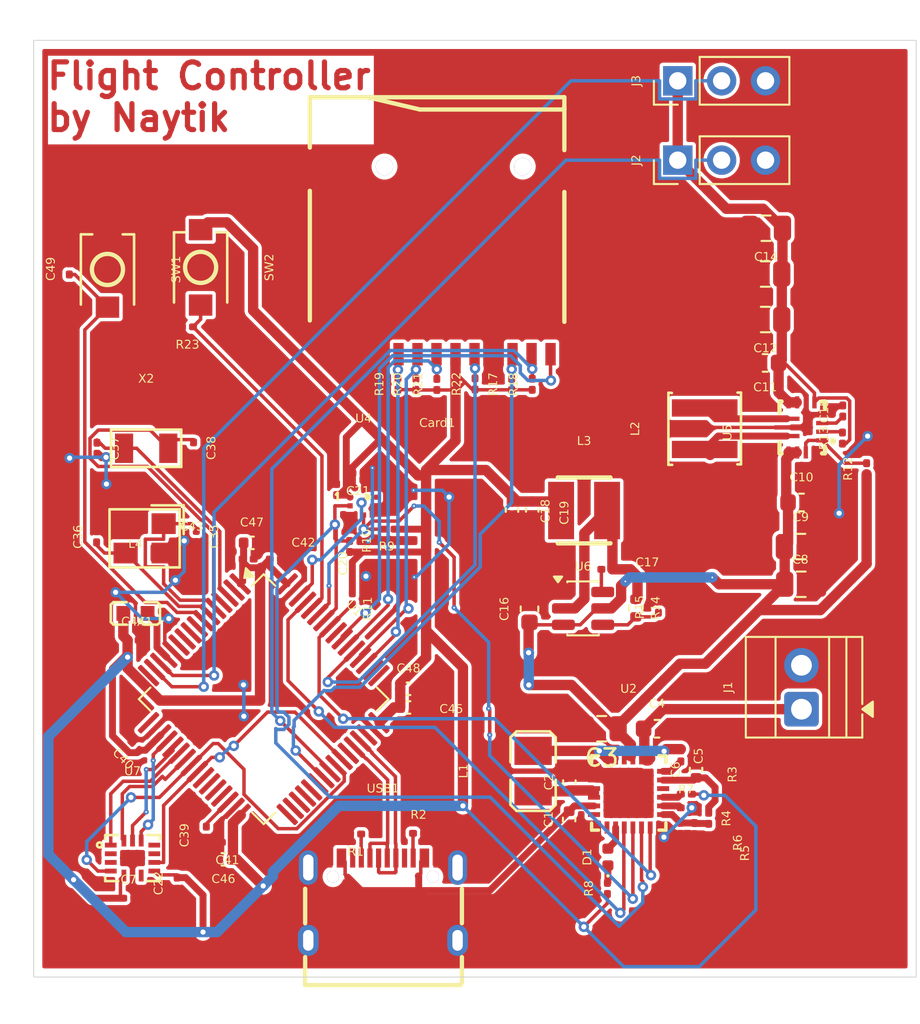
<source format=kicad_pcb>
(kicad_pcb (version 20241229) (generator "pcbnew") (generator_version "9.0")
  (layers (0 "F.Cu" signal) (2 "B.Cu" signal) (13 "F.Paste" user) (15 "B.Paste" user) (5 "F.SilkS" user "F.Silkscreen") (7 "B.SilkS" user "B.Silkscreen") (1 "F.Mask" user) (3 "B.Mask" user) (25 "Edge.Cuts" user))
  (net 0 "")
  (net 1 "GND")
  (net 2 "VBUS")
  (net 3 "Net-(C2-Pad1)")
  (net 4 "VSYS")
  (net 5 "+BATT")
  (net 6 "Net-(U2-BTST)")
  (net 7 "/BTST")
  (net 8 "VREGN")
  (net 9 "+3.3V")
  (net 10 "+5V")
  (net 11 "Net-(U5-Vaux)")
  (net 12 "Net-(U6-SW)")
  (net 13 "Net-(U6-CB)")
  (net 14 "/HSE_IN")
  (net 15 "/HSE_OUT")
  (net 16 "/LSE_IN")
  (net 17 "/LSE_OUT")
  (net 18 "Net-(U1-VCAP_1)")
  (net 19 "/RESET")
  (net 20 "/SD_DAT1")
  (net 21 "/SD_CD")
  (net 22 "/SD_CLK")
  (net 23 "/SD_DAT2")
  (net 24 "/SD_DAT0")
  (net 25 "/SD_CMD")
  (net 26 "/SD_DAT3")
  (net 27 "Net-(D1-A)")
  (net 28 "Net-(D1-K)")
  (net 29 "/SERVO1")
  (net 30 "/SERVO2")
  (net 31 "Net-(U5-L2)")
  (net 32 "Net-(U5-L1)")
  (net 33 "Net-(U1-VDDA)")
  (net 34 "Net-(USB1-CC1)")
  (net 35 "Net-(USB1-CC2)")
  (net 36 "Net-(U2-TS)")
  (net 37 "Net-(U2-ILIM)")
  (net 38 "/I2C_SDA")
  (net 39 "/I2C_SCL")
  (net 40 "/BQ_INT")
  (net 41 "Net-(U5-EN)")
  (net 42 "Net-(U5-PG)")
  (net 43 "Net-(U6-FB)")
  (net 44 "/BOOT")
  (net 47 "/BMP_INT")
  (net 48 "/BQ_CE")
  (net 50 "/ICM_INT2")
  (net 51 "/ICM_CS")
  (net 53 "/USB_DP")
  (net 54 "/ICM_SDO")
  (net 59 "/ICM_INT1")
  (net 65 "/USB_DN")
  (net 71 "/ICM_SCK")
  (net 73 "/ICM_SDI")
  (net 87 "/BQ_PG")
  (footprint "Capacitor_SMD:C_0805_2012Metric" (layer "F.Cu") (at 168.85 115.94 180)
    (property "Reference" "C3")
    (property "Value" "44uF")
  )
  (footprint "Capacitor_SMD:C_0201_0603Metric" (layer "F.Cu") (at 141.48 125.74)
    (property "Reference" "C7")
    (property "Value" "100nF")
  )
  (footprint "Capacitor_SMD:C_0603_1608Metric" (layer "F.Cu") (at 164.671984 109.01 90)
    (property "Reference" "C16")
    (property "Value" "2.2uF")
  )
  (footprint "Resistor_SMD:R_0201_0603Metric" (layer "F.Cu") (at 174.21 121.71 -90)
    (property "Reference" "R6")
    (property "Value" "10K")
  )
  (footprint "Capacitor_SMD:C_0603_1608Metric" (layer "F.Cu") (at 178.31 94.785 180)
    (property "Reference" "C11")
    (property "Value" "10uF")
  )
  (footprint "TerminalBlock:TerminalBlock_Xinya_XY308-2.54-2P_1x02_P2.54mm_Horizontal" (layer "F.Cu") (at 180.41 114.81 90)
    (property "Reference" "J1")
    (property "Value" "Screw_Terminal_01x02")
  )
  (footprint "Resistor_SMD:R_0201_0603Metric" (layer "F.Cu") (at 172.131984 108.91 90)
    (property "Reference" "R15")
    (property "Value" "22.1K")
  )
  (footprint "Resistor_SMD:R_0201_0603Metric" (layer "F.Cu") (at 164.83 96.02 90)
    (property "Reference" "R18")
    (property "Value" "10K")
  )
  (footprint "Resistor_SMD:R_0201_0603Metric" (layer "F.Cu") (at 158.25 121.9875)
    (property "Reference" "R2")
    (property "Value" "5.1K")
  )
  (footprint "Capacitor_SMD:C_0805_2012Metric" (layer "F.Cu") (at 180.37 105.405)
    (property "Reference" "C9")
    (property "Value" "10uF")
  )
  (footprint "Capacitor_SMD:C_0201_0603Metric" (layer "F.Cu") (at 145.97 121.92 -90)
    (property "Reference" "C39")
    (property "Value" "2.2uF")
  )
  (footprint "Capacitor_SMD:C_0201_0603Metric" (layer "F.Cu") (at 145.39 104.82 -90)
    (property "Reference" "C35")
    (property "Value" "20pF")
  )
  (footprint "Capacitor_SMD:C_0402_1005Metric" (layer "F.Cu") (at 166.965 121.1875 90)
    (property "Reference" "C1")
    (property "Value" "1uF")
  )
  (footprint "Capacitor_SMD:C_0603_1608Metric" (layer "F.Cu") (at 172.05 115.94)
    (property "Reference" "C4")
    (property "Value" "10uF")
  )
  (footprint "lib:LGA-10_L2.0-W2.0-P0.50-TL_BMP580" (layer "F.Cu") (at 155.07 102.799)
    (property "Reference" "U4")
    (property "Value" "BMP580")
  )
  (footprint "Resistor_SMD:R_0201_0603Metric" (layer "F.Cu") (at 156.54 104.4 180)
    (property "Reference" "R9")
    (property "Value" "10K")
  )
  (footprint "lib:TF-SMD_TF-01A" (layer "F.Cu") (at 159.33 89 180)
    (property "Reference" "Card1")
    (property "Value" "TF-01A")
  )
  (footprint "Resistor_SMD:R_0201_0603Metric" (layer "F.Cu") (at 169.18 125.175 90)
    (property "Reference" "R8")
    (property "Value" "10K")
  )
  (footprint "Capacitor_SMD:C_0201_0603Metric" (layer "F.Cu") (at 141.735 110.82)
    (property "Reference" "C44")
    (property "Value" "100nF")
  )
  (footprint "LED_SMD:LED_0402_1005Metric" (layer "F.Cu") (at 169.21 123.36 90)
    (property "Reference" "D1")
    (property "Value" "LED")
  )
  (footprint "Capacitor_SMD:C_0201_0603Metric" (layer "F.Cu") (at 149.965 106.13)
    (property "Reference" "C42")
    (property "Value" "100nF")
  )
  (footprint "lib:LGA-14_L3.0-W2.5-P0.50-TL" (layer "F.Cu") (at 141.7 123.42)
    (property "Reference" "U7")
    (property "Value" "ICM-45686")
  )
  (footprint "Resistor_SMD:R_0201_0603Metric" (layer "F.Cu") (at 154.26 105.4 90)
    (property "Reference" "R10")
    (property "Value" "10K")
  )
  (footprint "Capacitor_SMD:C_0805_2012Metric" (layer "F.Cu") (at 180.39 107.585)
    (property "Reference" "C8")
    (property "Value" "10uF")
  )
  (footprint "Capacitor_SMD:C_0402_1005Metric" (layer "F.Cu") (at 164.83 103.28 90)
    (property "Reference" "C19")
    (property "Value" "22uF")
  )
  (footprint "Capacitor_SMD:C_0201_0603Metric" (layer "F.Cu") (at 169.15 106.72)
    (property "Reference" "C17")
    (property "Value" "100nF")
  )
  (footprint "Resistor_SMD:R_0201_0603Metric" (layer "F.Cu") (at 159.31 96.03 90)
    (property "Reference" "R21")
    (property "Value" "10K")
  )
  (footprint "Resistor_SMD:R_0201_0603Metric" (layer "F.Cu") (at 161.52 96 90)
    (property "Reference" "R22")
    (property "Value" "10K")
  )
  (footprint "Resistor_SMD:R_0201_0603Metric" (layer "F.Cu") (at 144.88 92.7 180)
    (property "Reference" "R23")
    (property "Value" "10K")
  )
  (footprint "Package_TO_SOT_SMD:SOT-23-6" (layer "F.Cu") (at 167.771984 108.98)
    (property "Reference" "U6")
    (property "Value" "LMR51430")
  )
  (footprint "Capacitor_SMD:C_0201_0603Metric" (layer "F.Cu") (at 182.8 97.565 90)
    (property "Reference" "C15")
    (property "Value" "100nF")
  )
  (footprint "Capacitor_SMD:C_0201_0603Metric" (layer "F.Cu") (at 138.04 89.35 90)
    (property "Reference" "C49")
    (property "Value" "100nF")
  )
  (footprint "Capacitor_SMD:C_0201_0603Metric" (layer "F.Cu") (at 148.39 106.13)
    (property "Reference" "C43")
    (property "Value" "100nF")
  )
  (footprint "Capacitor_SMD:C_0201_0603Metric" (layer "F.Cu") (at 144.28 124.87 90)
    (property "Reference" "C22")
    (property "Value" "100nF")
  )
  (footprint "lib:SW-SMD_L3.9-W3.0-P4.45" (layer "F.Cu") (at 145.64 89.26 -90)
    (property "Reference" "SW2")
    (property "Value" "TS-1088-AR02016")
  )
  (footprint "Resistor_SMD:R_0201_0603Metric" (layer "F.Cu") (at 184.18 100.905 90)
    (property "Reference" "R12")
    (property "Value" "10K")
  )
  (footprint "Connector_PinHeader_2.54mm:PinHeader_1x03_P2.54mm_Vertical" (layer "F.Cu") (at 173.25 83.06 90)
    (property "Reference" "J2")
    (property "Value" "Conn_01x03")
  )
  (footprint "Capacitor_SMD:C_0402_1005Metric" (layer "F.Cu") (at 157.67 113.63)
    (property "Reference" "C48")
    (property "Value" "10uF")
  )
  (footprint "Capacitor_SMD:C_0402_1005Metric" (layer "F.Cu") (at 166.98 119.03 90)
    (property "Reference" "C2")
    (property "Value" "10uF")
  )
  (footprint "Resistor_SMD:R_0201_0603Metric" (layer "F.Cu") (at 157.06 96.01 90)
    (property "Reference" "R19")
    (property "Value" "10K")
  )
  (footprint "lib:L0603" (layer "F.Cu") (at 141.87 109.27)
    (property "Reference" "L4")
    (property "Value" "FCM1608KF-601T03")
  )
  (footprint "Resistor_SMD:R_0402_1005Metric" (layer "F.Cu") (at 170.821984 108.96 -90)
    (property "Reference" "R14")
    (property "Value" "100K")
  )
  (footprint "Resistor_SMD:R_0201_0603Metric" (layer "F.Cu") (at 173.75 119.7225 180)
    (property "Reference" "R3")
    (property "Value" "10K")
  )
  (footprint "Resistor_SMD:R_0201_0603Metric" (layer "F.Cu") (at 154.61 122.0275 180)
    (property "Reference" "R1")
    (property "Value" "5.1K")
  )
  (footprint "Resistor_SMD:R_0201_0603Metric" (layer "F.Cu") (at 182.78 99.13 90)
    (property "Reference" "R13")
    (property "Value" "10K")
  )
  (footprint "Capacitor_SMD:C_0201_0603Metric" (layer "F.Cu") (at 173.43 117.51 -90)
    (property "Reference" "C5")
    (property "Value" "47nF")
  )
  (footprint "lib:IND-SMD_L4.0-W4.0-A" (layer "F.Cu") (at 174.81 98.59 90)
    (property "Reference" "L2")
    (property "Value" "1.5uH")
  )
  (footprint "Capacitor_SMD:C_0805_2012Metric" (layer "F.Cu") (at 178.32 92.275 180)
    (property "Reference" "C12")
    (property "Value" "22uF")
  )
  (footprint "Capacitor_SMD:C_0201_0603Metric" (layer "F.Cu") (at 153.51 102.11 90)
    (property "Reference" "C20")
    (property "Value" "100nF")
  )
  (footprint "Capacitor_SMD:C_0201_0603Metric" (layer "F.Cu") (at 145.23 99.7 -90)
    (property "Reference" "C38")
    (property "Value" "6.8pF")
  )
  (footprint "Resistor_SMD:R_0201_0603Metric" (layer "F.Cu") (at 173.74 120.51)
    (property "Reference" "R7")
    (property "Value" "383")
  )
  (footprint "Capacitor_SMD:C_0805_2012Metric" (layer "F.Cu") (at 178.36 86.995 180)
    (property "Reference" "C14")
    (property "Value" "22uF")
  )
  (footprint "lib:VQFN-HR-15_L3.0-W2.5-P0.50-BL_TPS63070RNMR" (layer "F.Cu") (at 180.59 98.515 90)
    (property "Reference" "U5")
    (property "Value" "TPS63070RNMR")
  )
  (footprint "Capacitor_SMD:C_0402_1005Metric" (layer "F.Cu") (at 174.31 118.3 90)
    (property "Reference" "C6")
    (property "Value" "10uF")
  )
  (footprint "lib:IND-SMD_L3.0-W3.0" (layer "F.Cu") (at 167.83 103.32)
    (property "Reference" "L3")
    (property "Value" "5.6uH")
  )
  (footprint "lib:VFQFPN-24_L4.0-W4.0-P0.50-BL-EP2.8" (layer "F.Cu") (at 170.405 119.6525)
    (property "Reference" "U2")
    (property "Value" "BQ25883RGER")
  )
  (footprint "Capacitor_SMD:C_0201_0603Metric" (layer "F.Cu") (at 139.64 99.72 -90)
    (property "Reference" "C37")
    (property "Value" "6.8pF")
  )
  (footprint "Capacitor_SMD:C_0805_2012Metric" (layer "F.Cu") (at 178.32 89.645 180)
    (property "Reference" "C13" (hide yes))
    (property "Value" "22uF")
  )
  (footprint "Capacitor_SMD:C_0603_1608Metric" (layer "F.Cu") (at 180.41 102.855)
    (property "Reference" "C10")
    (property "Value" "10uF")
  )
  (footprint "Capacitor_SMD:C_0402_1005Metric" (layer "F.Cu") (at 146.96 123.49 180)
    (property "Reference" "C46")
    (property "Value" "1uF")
  )
  (footprint "lib:USB-C-SMD_TYPE-C-6PIN-2MD-073" (layer "F.Cu") (at 156.19 125.7975)
    (property "Reference" "USB1")
    (property "Value" "TYPE-C 16PIN 2MD(073)")
  )
  (footprint "Resistor_SMD:R_0201_0603Metric" (layer "F.Cu") (at 173.4 121.7 -90)
    (property "Reference" "R5")
    (property "Value" "30.1K")
  )
  (footprint "Capacitor_SMD:C_0402_1005Metric" (layer "F.Cu") (at 157.67 114.71)
    (property "Reference" "C45")
    (property "Value" "1uF")
  )
  (footprint "Package_QFP:LQFP-64_10x10mm_P0.5mm" (layer "F.Cu") (at 149.29 114.23 -45)
    (property "Reference" "U1")
    (property "Value" "STM32F722RETx")
  )
  (footprint "Capacitor_SMD:C_0402_1005Metric" (layer "F.Cu") (at 163.66 103.29 90)
    (property "Reference" "C18")
    (property "Value" "22uF")
  )
  (footprint "lib:L2520" (layer "F.Cu") (at 164.88 118.39 90)
    (property "Reference" "L1")
    (property "Value" "1uH")
  )
  (footprint "lib:SW-SMD_L3.9-W3.0-P4.45" (layer "F.Cu") (at 140.25 89.38 -90)
    (property "Reference" "SW1")
    (property "Value" "TS-1088-AR02016")
  )
  (footprint "Capacitor_SMD:C_0201_0603Metric" (layer "F.Cu") (at 147.19 122.51 180)
    (property "Reference" "C41")
    (property "Value" "100nF")
  )
  (footprint "Capacitor_SMD:C_0402_1005Metric" (layer "F.Cu") (at 148.61 105.19)
    (property "Reference" "C47")
    (property "Value" "1uF")
  )
  (footprint "Capacitor_SMD:C_0201_0603Metric" (layer "F.Cu") (at 141.886274 116.956274 135)
    (property "Reference" "C40")
    (property "Value" "100nF")
  )
  (footprint "Resistor_SMD:R_0201_0603Metric" (layer "F.Cu") (at 154.42 108.43 -90)
    (property "Reference" "R11")
    (property "Value" "10K")
  )
  (footprint "Resistor_SMD:R_0201_0603Metric" (layer "F.Cu") (at 163.64 96.02 90)
    (property "Reference" "R17")
    (property "Value" "10K")
  )
  (footprint "Capacitor_SMD:C_0201_0603Metric" (layer "F.Cu") (at 139.62 104.84 90)
    (property "Reference" "C36")
    (property "Value" "20pF")
  )
  (footprint "Connector_PinHeader_2.54mm:PinHeader_1x03_P2.54mm_Vertical" (layer "F.Cu") (at 173.25 78.47 90)
    (property "Reference" "J3")
    (property "Value" "Conn_01x03")
  )
  (footprint "lib:OSC-SMD_L3.2-W1.5" (layer "F.Cu") (at 142.49 99.72)
    (property "Reference" "X2")
    (property "Value" "X321532768KGD2SI")
  )
  (footprint "Resistor_SMD:R_0201_0603Metric" (layer "F.Cu") (at 158.1 96.02 90)
    (property "Reference" "R20")
    (property "Value" "10K")
  )
  (footprint "Resistor_SMD:R_0201_0603Metric" (layer "F.Cu") (at 175.04 121.12 -90)
    (property "Reference" "R4")
    (property "Value" "5.23K")
  )
  (footprint "Capacitor_SMD:C_0201_0603Metric" (layer "F.Cu") (at 154.746274 101.166274 180)
    (property "Reference" "C21")
    (property "Value" "100nF")
  )
  (footprint "lib:CRYSTAL-SMD_4P-L3.2-W2.5-BL" (layer "F.Cu") (at 142.4 104.93 180)
    (property "Reference" "X1")
    (property "Value" "X322525MOB4SI")
  )
  (gr_rect (start 135.98 76.13) (end 187.05 130.3) (stroke (width 0.05)) (fill no) (layer "Edge.Cuts"))
  (gr_text "Flight Controller \nby Naytik" (at 136.61 81.49 0) (layer "F.Cu") (effects (font (size 1.5 1.5) (thickness 0.3) (bold yes)) (justify left bottom)))
  (segment (start 152.99 122.7905) (end 152.99 123.4175) (width 0.2) (layer "F.Cu") (net 1))
  (segment (start 154.57 104.608521) (end 155.061479 105.1) (width 0.2) (layer "F.Cu") (net 1))
  (segment (start 144.039732 111.454606) (end 143.567809 110.982683) (width 0.2) (layer "F.Cu") (net 1))
  (segment (start 154.29 122.0275) (end 153.753 122.0275) (width 0.2) (layer "F.Cu") (net 1))
  (segment (start 143.567809 110.982683) (end 143.567809 109.802191) (width 0.2) (layer "F.Cu") (net 1))
  (segment (start 173.37 122.05) (end 173.4 122.02) (width 0.2) (layer "F.Cu") (net 1))
  (segment (start 155.061479 105.1) (end 155.33 105.1) (width 0.2) (layer "F.Cu") (net 1))
  (segment (start 141.96 125.74) (end 141.7 125.48) (width 0.2) (layer "F.Cu") (net 1))
  (segment (start 177.37 87.035) (end 177.41 86.995) (width 0.6) (layer "F.Cu") (net 1))
  (segment (start 158.57 121.9875) (end 159.39 122.8075) (width 0.2) (layer "F.Cu") (net 1))
  (segment (start 181.3 105.425) (end 181.32 105.405) (width 0.2) (layer "F.Cu") (net 1))
  (segment (start 155.372548 100.86) (end 155.066274 101.166274) (width 0.2) (layer "F.Cu") (net 1))
  (segment (start 144.75 105.78) (end 145.39 105.14) (width 0.2) (layer "F.Cu") (net 1))
  (segment (start 143.567809 109.802191) (end 143.8 109.57) (width 0.2) (layer "F.Cu") (net 1))
  (segment (start 168.405 118.9025) (end 168.405 118.4025) (width 0.2) (layer "F.Cu") (net 1))
  (segment (start 181.65 97.805) (end 181.61 97.765) (width 0.2) (layer "F.Cu") (net 1))
  (segment (start 155.21 107.12) (end 157.95 107.12) (width 0.2) (layer "F.Cu") (net 1))
  (segment (start 153.753 122.0275) (end 152.99 122.7905) (width 0.2) (layer "F.Cu") (net 1))
  (segment (start 172.331983 108.59) (end 172.131984 108.59) (width 0.2) (layer "F.Cu") (net 1))
  (segment (start 154.57 103.579) (end 154.57 104.608521) (width 0.2) (layer "F.Cu") (net 1))
  (segment (start 155.58 100.86) (end 155.372548 100.86) (width 0.2) (layer "F.Cu") (net 1))
  (segment (start 159.39 122.8075) (end 159.39 123.4175) (width 0.2) (layer "F.Cu") (net 1))
  (segment (start 181.3 107.795) (end 181.3 105.425) (width 0.2) (layer "F.Cu") (net 1))
  (segment (start 156.531 103.579) (end 157.96 102.15) (width 0.2) (layer "F.Cu") (net 1))
  (segment (start 155.57 103.579) (end 156.531 103.579) (width 0.2) (layer "F.Cu") (net 1))
  (segment (start 181.36 105.125) (end 181.36 102.855) (width 0.2) (layer "F.Cu") (net 1))
  (segment (start 177.41 86.995) (end 177.185 86.995) (width 0.6) (layer "F.Cu") (net 1))
  (segment (start 157.95 107.12) (end 158 107.17) (width 0.2) (layer "F.Cu") (net 1))
  (segment (start 143.5 105.78) (end 144.75 105.78) (width 0.2) (layer "F.Cu") (net 1))
  (via (at 148.12 113.4) (size 0.6) (drill 0.3) (layers "F.Cu" "B.Cu") (net 1))
  (via (at 138.06 100.29) (size 0.6) (drill 0.3) (layers "F.Cu" "B.Cu") (net 1))
  (via (at 184.24 99.02) (size 0.6) (drill 0.3) (layers "F.Cu" "B.Cu") (net 1))
  (via (at 155.21 107.12) (size 0.6) (drill 0.3) (layers "F.Cu" "B.Cu") (net 1))
  (via micro (at 155.58 100.86) (size 0.3) (drill 0.1) (layers "F.Cu" "B.Cu") (net 1))
  (via (at 144.69 105.07) (size 0.6) (drill 0.3) (layers "F.Cu" "B.Cu") (net 1))
  (via micro (at 155.33 105.1) (size 0.3) (drill 0.1) (layers "F.Cu" "B.Cu") (net 1))
  (via (at 143.8 109.57) (size 0.6) (drill 0.3) (layers "F.Cu" "B.Cu") (net 1))
  (via micro (at 158 107.17) (size 0.3) (drill 0.1) (layers "F.Cu" "B.Cu") (net 1))
  (via (at 182.59 103.48) (size 0.6) (drill 0.3) (layers "F.Cu" "B.Cu") (net 1))
  (via (at 174.06 120.51) (size 0.6) (drill 0.3) (layers "F.Cu" "B.Cu") (net 1))
  (via micro (at 157.96 102.15) (size 0.3) (drill 0.1) (layers "F.Cu" "B.Cu") (net 1))
  (via (at 140.17 100.24) (size 0.6) (drill 0.3) (layers "F.Cu" "B.Cu") (net 1))
  (via (at 148.14 115.22) (size 0.6) (drill 0.3) (layers "F.Cu" "B.Cu") (net 1))
  (via (at 160.02 102.54) (size 0.6) (drill 0.3) (layers "F.Cu" "B.Cu") (net 1))
  (via (at 140.19 101.79) (size 0.6) (drill 0.3) (layers "F.Cu" "B.Cu") (net 1))
  (via (at 140.72 108.05) (size 0.6) (drill 0.3) (layers "F.Cu" "B.Cu") (net 1))
  (via (at 172.45 122.21) (size 0.6) (drill 0.3) (layers "F.Cu" "B.Cu") (net 1))
  (via (at 144.18 107.35) (size 0.6) (drill 0.3) (layers "F.Cu" "B.Cu") (net 1))
  (segment (start 143.48 108.05) (end 140.72 108.05) (width 0.2) (layer "B.Cu") (net 1))
  (segment (start 182.59 103.48) (end 182.59 100.67) (width 0.2) (layer "B.Cu") (net 1))
  (segment (start 140.17 100.24) (end 140.17 101.77) (width 0.2) (layer "B.Cu") (net 1))
  (segment (start 158.1 107.17) (end 160.02 105.25) (width 0.2) (layer "B.Cu") (net 1))
  (segment (start 143.8 109.57) (end 142.24 109.57) (width 0.2) (layer "B.Cu") (net 1))
  (segment (start 148.14 113.42) (end 148.12 113.4) (width 0.2) (layer "B.Cu") (net 1))
  (segment (start 140.17 101.77) (end 140.19 101.79) (width 0.2) (layer "B.Cu") (net 1))
  (segment (start 138.11 100.24) (end 138.06 100.29) (width 0.2) (layer "B.Cu") (net 1))
  (segment (start 155.58 104.85) (end 155.58 100.86) (width 0.2) (layer "B.Cu") (net 1))
  (segment (start 158 107.17) (end 158.1 107.17) (width 0.2) (layer "B.Cu") (net 1))
  (segment (start 144.69 105.07) (end 144.69 106.84) (width 0.2) (layer "B.Cu") (net 1))
  (segment (start 144.69 106.84) (end 144.18 107.35) (width 0.2) (layer "B.Cu") (net 1))
  (segment (start 159.63 102.15) (end 160.02 102.54) (width 0.2) (layer "B.Cu") (net 1))
  (segment (start 144.18 107.35) (end 143.48 108.05) (width 0.2) (layer "B.Cu") (net 1))
  (segment (start 174.06 120.51) (end 174.06 120.6) (width 0.2) (layer "B.Cu") (net 1))
  (segment (start 142.24 109.57) (end 140.72 108.05) (width 0.2) (layer "B.Cu") (net 1))
  (segment (start 155.33 105.1) (end 155.58 104.85) (width 0.2) (layer "B.Cu") (net 1))
  (segment (start 157.96 102.15) (end 159.63 102.15) (width 0.2) (layer "B.Cu") (net 1))
  (segment (start 140.17 100.24) (end 138.11 100.24) (width 0.2) (layer "B.Cu") (net 1))
  (segment (start 182.59 100.67) (end 184.24 99.02) (width 0.2) (layer "B.Cu") (net 1))
  (segment (start 160.02 105.25) (end 160.02 102.54) (width 0.2) (layer "B.Cu") (net 1))
  (segment (start 148.14 115.22) (end 148.14 113.42) (width 0.2) (layer "B.Cu") (net 1))
  (segment (start 174.06 120.6) (end 172.45 122.21) (width 0.2) (layer "B.Cu") (net 1))
  (segment (start 162.374 125.2985) (end 158.26 125.2985) (width 0.4) (layer "F.Cu") (net 2))
  (segment (start 158.26 125.2985) (end 154.9285 125.2985) (width 0.4) (layer "F.Cu") (net 2))
  (segment (start 158.379 124.311) (end 158.24 124.45) (width 0.2) (layer "F.Cu") (net 2))
  (segment (start 158.26 125.2985) (end 158.26 124.47) (width 0.4) (layer "F.Cu") (net 2))
  (segment (start 154.9285 125.2985) (end 154.15 124.52) (width 0.4) (layer "F.Cu") (net 2))
  (segment (start 154.001 124.371) (end 154.15 124.52) (width 0.2) (layer "F.Cu") (net 2))
  (segment (start 168.405 120.4025) (end 167.27 120.4025) (width 0.4) (layer "F.Cu") (net 2))
  (segment (start 158.26 124.47) (end 158.24 124.45) (width 0.4) (layer "F.Cu") (net 2))
  (segment (start 154.001 123.6285) (end 154.001 124.371) (width 0.2) (layer "F.Cu") (net 2))
  (segment (start 153.79 123.4175) (end 154.001 123.6285) (width 0.2) (layer "F.Cu") (net 2))
  (segment (start 158.59 123.4175) (end 158.379 123.6285) (width 0.2) (layer "F.Cu") (net 2))
  (segment (start 166.965 120.7075) (end 162.374 125.2985) (width 0.4) (layer "F.Cu") (net 2))
  (segment (start 158.379 123.6285) (end 158.379 124.311) (width 0.2) (layer "F.Cu") (net 2))
  (segment (start 167.27 120.4025) (end 166.965 120.7075) (width 0.4) (layer "F.Cu") (net 2))
  (segment (start 168.265 119.51) (end 168.405 119.65) (width 0.6) (layer "F.Cu") (net 3))
  (segment (start 168.405 119.65) (end 168.405 119.4025) (width 0.2) (layer "F.Cu") (net 3))
  (segment (start 166.98 119.51) (end 168.265 119.51) (width 0.6) (layer "F.Cu") (net 3))
  (segment (start 166.93 119.56) (end 166.98 119.51) (width 0.6) (layer "F.Cu") (net 3))
  (segment (start 164.88 119.56) (end 166.93 119.56) (width 0.6) (layer "F.Cu") (net 3))
  (segment (start 168.405 119.9025) (end 168.405 119.65) (width 0.2) (layer "F.Cu") (net 3))
  (segment (start 175.645 107.585) (end 175.25 107.19) (width 0.6) (layer "F.Cu") (net 4))
  (segment (start 179.44 107.585) (end 175.645 107.585) (width 0.6) (layer "F.Cu") (net 4))
  (segment (start 168.555016 108.98) (end 168.909484 108.98) (width 0.2) (layer "F.Cu") (net 4))
  (segment (start 179.66 99.965) (end 180.134 99.965) (width 0.6) (layer "F.Cu") (net 4))
  (segment (start 164.62 111.54) (end 164.62 109.836984) (width 0.6) (layer "F.Cu") (net 4))
  (segment (start 170.413 117.6525) (end 170.534 117.5315) (width 0.2) (layer "F.Cu") (net 4))
  (segment (start 167.605016 109.93) (end 168.555016 108.98) (width 0.2) (layer "F.Cu") (net 4))
  (segment (start 177.9475 109.0775) (end 179.44 107.585) (width 0.6) (layer "F.Cu") (net 4))
  (segment (start 170.155 117.6525) (end 170.413 117.6525) (width 0.2) (layer "F.Cu") (net 4))
  (segment (start 167.095 113.41) (end 164.63 113.41) (width 0.6) (layer "F.Cu") (net 4))
  (segment (start 169.41 108.98) (end 168.909484 108.98) (width 0.6) (layer "F.Cu") (net 4))
  (segment (start 179.44 105.425) (end 179.42 105.405) (width 0.6) (layer "F.Cu") (net 4))
  (segment (start 164.62 109.836984) (end 164.671984 109.785) (width 0.6) (layer "F.Cu") (net 4))
  (segment (start 169.625 115.94) (end 167.095 113.41) (width 0.6) (layer "F.Cu") (net 4))
  (segment (start 170.22 107.42) (end 169.972984 107.667016) (width 0.6) (layer "F.Cu") (net 4))
  (segment (start 179.44 107.585) (end 179.44 105.425) (width 0.6) (layer "F.Cu") (net 4))
  (segment (start 169.625 115.94) (end 173.385 112.18) (width 0.6) (layer "F.Cu") (net 4))
  (segment (start 184.18 106.39758) (end 181.50008 109.0775) (width 0.6) (layer "F.Cu") (net 4))
  (segment (start 179.529 102.749) (end 179.529 100.351) (width 0.6) (layer "F.Cu") (net 4))
  (segment (start 179.4 105.425) (end 179.42 105.405) (width 0.2) (layer "F.Cu") (net 4))
  (segment (start 164.671984 109.49) (end 165.111984 109.93) (width 0.2) (layer "F.Cu") (net 4))
  (segment (start 181.50008 109.0775) (end 177.9475 109.0775) (width 0.6) (layer "F.Cu") (net 4))
  (segment (start 166.634484 109.93) (end 167.605016 109.93) (width 0.2) (layer "F.Cu") (net 4))
  (segment (start 165.111984 109.93) (end 166.634484 109.93) (width 0.2) (layer "F.Cu") (net 4))
  (segment (start 174.845 112.18) (end 177.9475 109.0775) (width 0.6) (layer "F.Cu") (net 4))
  (segment (start 184.18 101.225) (end 184.18 106.39758) (width 0.6) (layer "F.Cu") (net 4))
  (segment (start 179.635 102.855) (end 179.529 102.749) (width 0.6) (layer "F.Cu") (net 4))
  (segment (start 179.529 100.351) (end 179.9 99.98) (width 0.6) (layer "F.Cu") (net 4))
  (segment (start 179.635 105.19) (end 179.42 105.405) (width 0.6) (layer "F.Cu") (net 4))
  (segment (start 169.972984 108.417016) (end 169.41 108.98) (width 0.6) (layer "F.Cu") (net 4))
  (segment (start 169.625 115.94) (end 170.534 116.849) (width 0.6) (layer "F.Cu") (net 4))
  (segment (start 179.635 102.855) (end 179.635 105.19) (width 0.6) (layer "F.Cu") (net 4))
  (segment (start 170.534 116.849) (end 170.534 117.5315) (width 0.6) (layer "F.Cu") (net 4))
  (segment (start 173.385 112.18) (end 174.845 112.18) (width 0.6) (layer "F.Cu") (net 4))
  (segment (start 169.972984 107.667016) (end 169.972984 108.417016) (width 0.6) (layer "F.Cu") (net 4))
  (via (at 164.63 113.41) (size 0.6) (drill 0.3) (layers "F.Cu" "B.Cu") (net 4))
  (via micro (at 175.25 107.19) (size 0.3) (drill 0.1) (layers "F.Cu" "B.Cu") (net 4))
  (via (at 164.62 111.54) (size 0.6) (drill 0.3) (layers "F.Cu" "B.Cu") (net 4))
  (via micro (at 170.22 107.42) (size 0.3) (drill 0.1) (layers "F.Cu" "B.Cu") (net 4))
  (segment (start 175.25 107.19) (end 170.45 107.19) (width 0.6) (layer "B.Cu") (net 4))
  (segment (start 164.63 111.55) (end 164.62 111.54) (width 0.6) (layer "B.Cu") (net 4))
  (segment (start 170.45 107.19) (end 170.22 107.42) (width 0.6) (layer "B.Cu") (net 4))
  (segment (start 164.63 113.41) (end 164.63 111.55) (width 0.6) (layer "B.Cu") (net 4))
  (segment (start 171.315 115.98) (end 171.315 117.6525) (width 0.6) (layer "F.Cu") (net 5))
  (segment (start 171.536 117.7715) (end 171.434 117.7715) (width 0.6) (layer "F.Cu") (net 5))
  (segment (start 171.655 117.6525) (end 171.536 117.7715) (width 0.6) (layer "F.Cu") (net 5))
  (segment (start 171.275 115.94) (end 172.405 114.81) (width 0.6) (layer "F.Cu") (net 5))
  (segment (start 171.434 117.7715) (end 171.315 117.6525) (width 0.6) (layer "F.Cu") (net 5))
  (segment (start 171.275 115.94) (end 171.315 115.98) (width 0.6) (layer "F.Cu") (net 5))
  (segment (start 172.405 114.81) (end 180.41 114.81) (width 0.6) (layer "F.Cu") (net 5))
  (segment (start 172.8575 118.4025) (end 173.43 117.83) (width 0.4) (layer "F.Cu") (net 6))
  (segment (start 172.405 118.4025) (end 172.8575 118.4025) (width 0.4) (layer "F.Cu") (net 6))
  (segment (start 169.165 117.6525) (end 169.534 117.6525) (width 0.6) (layer "F.Cu") (net 7))
  (segment (start 172.46 117.24) (end 172.581 117.119) (width 0.6) (layer "F.Cu") (net 7))
  (segment (start 164.88 117.22) (end 168.71 117.22) (width 0.6) (layer "F.Cu") (net 7))
  (segment (start 172.581 117.119) (end 173.43 117.119) (width 0.6) (layer "F.Cu") (net 7))
  (segment (start 168.71 117.22) (end 168.7325 117.22) (width 0.6) (layer "F.Cu") (net 7))
  (segment (start 168.7325 117.22) (end 169.165 117.6525) (width 0.6) (layer "F.Cu") (net 7))
  (via (at 172.46 117.24) (size 0.6) (drill 0.3) (layers "F.Cu" "B.Cu") (net 7))
  (via (at 168.71 117.22) (size 0.6) (drill 0.3) (layers "F.Cu" "B.Cu") (net 7))
  (segment (start 172.44 117.22) (end 172.46 117.24) (width 0.6) (layer "B.Cu") (net 7))
  (segment (start 168.71 117.22) (end 172.44 117.22) (width 0.6) (layer "B.Cu") (net 7))
  (segment (start 174.31 118.78) (end 174.86 118.78) (width 0.4) (layer "F.Cu") (net 8))
  (segment (start 175.41 120.1) (end 175.04 120.47) (width 0.4) (layer "F.Cu") (net 8))
  (segment (start 175.41 119.33) (end 175.41 120.1) (width 0.4) (layer "F.Cu") (net 8))
  (segment (start 175.04 120.47) (end 175.04 120.8) (width 0.4) (layer "F.Cu") (net 8))
  (segment (start 174.86 118.78) (end 175.41 119.33) (width 0.4) (layer "F.Cu") (net 8))
  (segment (start 174.1765 118.9135) (end 172.405 118.9135) (width 0.4) (layer "F.Cu") (net 8))
  (segment (start 174.31 118.78) (end 174.1765 118.9135) (width 0.4) (layer "F.Cu") (net 8))
  (segment (start 144.28 124.39) (end 143.18 124.39) (width 0.2) (layer "F.Cu") (net 9))
  (segment (start 158.11 96.35) (end 158.1 96.34) (width 0.2) (layer "F.Cu") (net 9))
  (segment (start 148.07 106.13) (end 148.07 107.424338) (width 0.4) (layer "F.Cu") (net 9))
  (segment (start 149.08 114.31) (end 149.08 106.695) (width 0.6) (layer "F.Cu") (net 9))
  (segment (start 147.51 123.42) (end 147.51 122.51) (width 0.6) (layer "F.Cu") (net 9))
  (segment (start 141.17 109.27) (end 141.17 110.575) (width 0.6) (layer "F.Cu") (net 9))
  (segment (start 149.08 106.695) (end 149.144 106.631) (width 0.6) (layer "F.Cu") (net 9))
  (segment (start 153.66987 102.43) (end 154.07 102.02987) (width 0.4) (layer "F.Cu") (net 9))
  (segment (start 143.287468 114.31) (end 149.08 114.31) (width 0.6) (layer "F.Cu") (net 9))
  (segment (start 155.0295 98.1005) (end 148.68 91.751) (width 0.6) (layer "F.Cu") (net 9))
  (segment (start 141.17 110.575) (end 141.415 110.82) (width 0.6) (layer "F.Cu") (net 9))
  (segment (start 149.645 106.559338) (end 150.651181 107.565519) (width 0.4) (layer "F.Cu") (net 9))
  (segment (start 158.69 111.820001) (end 157.19 113.320001) (width 0.6) (layer "F.Cu") (net 9))
  (segment (start 163.64 96.34) (end 164.83 96.34) (width 0.2) (layer "F.Cu") (net 9))
  (segment (start 164.83 102.8) (end 163.97 102.8) (width 0.6) (layer "F.Cu") (net 9))
  (segment (start 158.69 110.27) (end 158.69 111.820001) (width 0.6) (layer "F.Cu") (net 9))
  (segment (start 158.69 110.27) (end 160.82 112.4) (width 0.6) (layer "F.Cu") (net 9))
  (segment (start 161.36013 96.32) (end 160.935065 95.894935) (width 0.2) (layer "F.Cu") (net 9))
  (segment (start 141.415 110.82) (end 141.415 111.58) (width 0.6) (layer "F.Cu") (net 9))
  (segment (start 154.26 105.72) (end 154.99 105.72) (width 0.4) (layer "F.Cu") (net 9))
  (segment (start 160.935065 95.894935) (end 160.39 95.34987) (width 0.2) (layer "F.Cu") (net 9))
  (segment (start 158.69 105.68) (end 158.69 110.27) (width 0.6) (layer "F.Cu") (net 9))
  (segment (start 147.44 123.49) (end 147.51 123.42) (width 0.6) (layer "F.Cu") (net 9))
  (segment (start 141 124.63) (end 141.2 124.43) (width 0.2) (layer "F.Cu") (net 9))
  (segment (start 148.07 107.424338) (end 147.928819 107.565519) (width 0.4) (layer "F.Cu") (net 9))
  (segment (start 174.6925 119.7225) (end 174.76 119.79) (width 0.2) (layer "F.Cu") (net 9))
  (segment (start 142.448364 117.182548) (end 143.332625 116.298287) (width 0.4) (layer "F.Cu") (net 9))
  (segment (start 154.426274 101.166274) (end 154.426274 101.875274) (width 0.4) (layer "F.Cu") (net 9))
  (segment (start 141.415 111.58) (end 141.415 111.8) (width 0.6) (layer "F.Cu") (net 9))
  (segment (start 154.171 102.43) (end 154.29 102.549) (width 0.4) (layer "F.Cu") (net 9))
  (segment (start 149.144 106.631) (end 149.645 106.13) (width 0.4) (layer "F.Cu") (net 9))
  (segment (start 154.07 99.08) (end 155.0295 98.1205) (width 0.4) (layer "F.Cu") (net 9))
  (segment (start 163.67 102.8) (end 163.66 102.81) (width 0.6) (layer "F.Cu") (net 9))
  (segment (start 142.112548 117.182548) (end 142.448364 117.182548) (width 0.4) (layer "F.Cu") (net 9))
  (segment (start 169.18 126.03) (end 167.815 127.395) (width 0.2) (layer "F.Cu") (net 9))
  (segment (start 154.99 105.72) (end 158.65 105.72) (width 0.4) (layer "F.Cu") (net 9))
  (segment (start 146.06 86.66) (end 145.64 87.08) (width 0.6) (layer "F.Cu") (net 9))
  (segment (start 154.426274 101.166274) (end 154.426274 100.813726) (width 0.4) (layer "F.Cu") (net 9))
  (segment (start 147.16 86.66) (end 146.06 86.66) (width 0.6) (layer "F.Cu") (net 9))
  (segment (start 147.72 123.49) (end 149.26 125.03) (width 0.6) (layer "F.Cu") (net 9))
  (segment (start 158.69 101.29) (end 158.219 101.29) (width 0.6) (layer "F.Cu") (net 9))
  (segment (start 149.645 106.13) (end 149.645 106.559338) (width 0.4) (layer "F.Cu") (net 9))
  (segment (start 160.82 112.4) (end 160.82 120.4) (width 0.6) (layer "F.Cu") (net 9))
  (segment (start 148.68 88.18) (end 147.16 86.66) (width 0.6) (layer "F.Cu") (net 9))
  (segment (start 157.19 114.71) (end 156.835662 114.71) (width 0.6) (layer "F.Cu") (net 9))
  (segment (start 147.51 121.385426) (end 147.964882 120.930544) (width 0.6) (layer "F.Cu") (net 9))
  (segment (start 161.52 96.32) (end 161.36013 96.32) (width 0.2) (layer "F.Cu") (net 9))
  (segment (start 140.54 116.35) (end 141.513969 117.323969) (width 0.4) (layer "F.Cu") (net 9))
  (segment (start 156.86 104.4) (end 158.59 104.4) (width 0.4) (layer "F.Cu") (net 9))
  (segment (start 153.51 102.43) (end 154.171 102.43) (width 0.4) (layer "F.Cu") (net 9))
  (segment (start 158.59 104.4) (end 158.69 104.3) (width 0.4) (layer "F.Cu") (net 9))
  (segment (start 148.13 105.19) (end 148.13 106.07) (width 0.4) (layer "F.Cu") (net 9))
  (segment (start 156.0845 99.1555) (end 155.0295 98.1005) (width 0.6) (layer "F.Cu") (net 9))
  (segment (start 147.44 123.49) (end 147.72 123.49) (width 0.6) (layer "F.Cu") (net 9))
  (segment (start 154.42 106.29) (end 154.42 108.11) (width 0.4) (layer "F.Cu") (net 9))
  (segment (start 140.54 116.35) (end 140.54 112.455) (width 0.4) (layer "F.Cu") (net 9))
  (segment (start 141.971127 117.323969) (end 142.112548 117.182548) (width 0.4) (layer "F.Cu") (net 9))
  (segment (start 163.64 96.34) (end 161.54 96.34) (width 0.2) (layer "F.Cu") (net 9))
  (segment (start 145.78 125.56) (end 145.78 127.7) (width 0.4) (layer "F.Cu") (net 9))
  (segment (start 159.31 96.35) (end 160.48 96.35) (width 0.2) (layer "F.Cu") (net 9))
  (segment (start 157.06 96.33) (end 158.09 96.33) (width 0.2) (layer "F.Cu") (net 9))
  (segment (start 158.65 105.72) (end 158.69 105.68) (width 0.4) (layer "F.Cu") (net 9))
  (segment (start 154.99 105.72) (end 154.42 106.29) (width 0.4) (layer "F.Cu") (net 9))
  (segment (start 154.426274 101.875274) (end 154.57 102.019) (width 0.4) (layer "F.Cu") (net 9))
  (segment (start 141.415 111.8) (end 141.415 112.437532) (width 0.6) (layer "F.Cu") (net 9))
  (segment (start 154.426274 100.813726) (end 156.0845 99.1555) (width 0.4) (layer "F.Cu") (net 9))
  (segment (start 148.41113 106.631) (end 149.144 106.631) (width 0.4) (layer "F.Cu") (net 9))
  (segment (start 139.36 125.74) (end 138.29 124.67) (width 0.4) (layer "F.Cu") (net 9))
  (segment (start 158.69 100.979091) (end 160.39 99.279091) (width 0.6) (layer "F.Cu") (net 9))
  (segment (start 163.97 102.8) (end 162.149091 100.979091) (width 0.6) (layer "F.Cu") (net 9))
  (segment (start 158.69 103.76) (end 158.69 104.3) (width 0.6) (layer "F.Cu") (net 9))
  (segment (start 144.77 124.55) (end 145.78 125.56) (width 0.4) (layer "F.Cu") (net 9))
  (segment (start 160.39 99.279091) (end 160.39 94.28) (width 0.6) (layer "F.Cu") (net 9))
  (segment (start 141.415 112.437532) (end 143.287468 114.31) (width 0.6) (layer "F.Cu") (net 9))
  (segment (start 154.07 102.02987) (end 154.07 99.08) (width 0.4) (layer "F.Cu") (net 9))
  (segment (start 143.18 124.39) (end 142.96 124.17) (width 0.2) (layer "F.Cu") (net 9))
  (segment (start 144.28 124.55) (end 144.77 124.55) (width 0.4) (layer "F.Cu") (net 9))
  (segment (start 165.98 102.8) (end 164.83 102.8) (width 0.6) (layer "F.Cu") (net 9))
  (segment (start 148.13 106.34987) (end 148.41113 106.631) (width 0.4) (layer "F.Cu") (net 9))
  (segment (start 160.48 96.35) (end 160.935065 95.894935) (width 0.2) (layer "F.Cu") (net 9))
  (segment (start 141.513969 117.323969) (end 141.971127 117.323969) (width 0.4) (layer "F.Cu") (net 9))
  (segment (start 174.07 119.7225) (end 174.6925 119.7225) (width 0.2) (layer "F.Cu") (net 9))
  (segment (start 157.19 113.63) (end 157.19 114.71) (width 0.6) (layer "F.Cu") (net 9))
  (segment (start 153.51 102.43) (end 153.66987 102.43) (width 0.4) (layer "F.Cu") (net 9))
  (segment (start 158.69 100.979091) (end 158.69 101.29) (width 0.6) (layer "F.Cu") (net 9))
  (segment (start 158.09 96.33) (end 158.1 96.34) (width 0.2) (layer "F.Cu") (net 9))
  (segment (start 141 125.74) (end 141 124.63) (width 0.2) (layer "F.Cu") (net 9))
  (segment (start 155.0295 98.1205) (end 155.0295 98.1005) (width 0.4) (layer "F.Cu") (net 9))
  (segment (start 158.69 101.29) (end 158.69 103.76) (width 0.6) (layer "F.Cu") (net 9))
  (segment (start 169.2325 125.5475) (end 169.18 125.495) (width 0.2) (layer "F.Cu") (net 9))
  (segment (start 157.19 113.320001) (end 157.19 113.63) (width 0.6) (layer "F.Cu") (net 9))
  (segment (start 169.18 125.495) (end 169.18 126.03) (width 0.2) (layer "F.Cu") (net 9))
  (segment (start 160.39 95.34987) (end 160.39 94.28) (width 0.2) (layer "F.Cu") (net 9))
  (segment (start 163.97 102.8) (end 163.67 102.8) (width 0.6) (layer "F.Cu") (net 9))
  (segment (start 158.69 104.3) (end 158.69 105.68) (width 0.6) (layer "F.Cu") (net 9))
  (segment (start 148.13 105.19) (end 148.13 106.34987) (width 0.4) (layer "F.Cu") (net 9))
  (segment (start 161.54 96.34) (end 161.52 96.32) (width 0.2) (layer "F.Cu") (net 9))
  (segment (start 148.68 91.751) (end 148.68 88.18) (width 0.6) (layer "F.Cu") (net 9))
  (segment (start 141.16 125.74) (end 139.36 125.74) (width 0.4) (layer "F.Cu") (net 9))
  (segment (start 159.31 96.35) (end 158.11 96.35) (width 0.2) (layer "F.Cu") (net 9))
  (segment (start 147.51 122.51) (end 147.51 121.385426) (width 0.6) (layer "F.Cu") (net 9))
  (segment (start 148.13 106.07) (end 148.07 106.13) (width 0.4) (layer "F.Cu") (net 9))
  (segment (start 162.149091 100.979091) (end 158.69 100.979091) (width 0.6) (layer "F.Cu") (net 9))
  (segment (start 140.54 112.455) (end 141.415 111.58) (width 0.4) (layer "F.Cu") (net 9))
  (segment (start 158.219 101.29) (end 156.0845 99.1555) (width 0.6) (layer "F.Cu") (net 9))
  (segment (start 156.835662 114.71) (end 155.990544 115.555118) (width 0.6) (layer "F.Cu") (net 9))
  (segment (start 166.5 103.32) (end 165.98 102.8) (width 0.6) (layer "F.Cu") (net 9))
  (via (at 149.26 125.03) (size 0.6) (drill 0.3) (layers "F.Cu" "B.Cu") (net 9))
  (via (at 145.78 127.7) (size 0.6) (drill 0.3) (layers "F.Cu" "B.Cu") (net 9))
  (via (at 174.76 119.79) (size 0.6) (drill 0.3) (layers "F.Cu" "B.Cu") (net 9))
  (via (at 141.415 111.8) (size 0.6) (drill 0.3) (layers "F.Cu" "B.Cu") (net 9))
  (via (at 167.815 127.395) (size 0.6) (drill 0.3) (layers "F.Cu" "B.Cu") (net 9))
  (via (at 160.82 120.4) (size 0.6) (drill 0.3) (layers "F.Cu" "B.Cu") (net 9))
  (via (at 138.29 124.67) (size 0.6) (drill 0.3) (layers "F.Cu" "B.Cu") (net 9))
  (segment (start 177.77 121.58) (end 177.77 125.6) (width 0.2) (layer "B.Cu") (net 9))
  (segment (start 141.415 111.8) (end 136.831 116.384) (width 0.6) (layer "B.Cu") (net 9))
  (segment (start 136.831 116.384) (end 136.831 123.211) (width 0.6) (layer "B.Cu") (net 9))
  (segment (start 145.78 127.7) (end 146.59 127.7) (width 0.6) (layer "B.Cu") (net 9))
  (segment (start 175.67 128.52) (end 174.491 129.699) (width 0.2) (layer "B.Cu") (net 9))
  (segment (start 175.98 119.79) (end 177.77 121.58) (width 0.2) (layer "B.Cu") (net 9))
  (segment (start 174.491 129.699) (end 170.119 129.699) (width 0.2) (layer "B.Cu") (net 9))
  (segment (start 136.831 123.211) (end 138.29 124.67) (width 0.6) (layer "B.Cu") (net 9))
  (segment (start 149.26 125.03) (end 149.82 124.47) (width 0.6) (layer "B.Cu") (net 9))
  (segment (start 174.76 119.79) (end 175.98 119.79) (width 0.2) (layer "B.Cu") (net 9))
  (segment (start 170.119 129.699) (end 167.815 127.395) (width 0.2) (layer "B.Cu") (net 9))
  (segment (start 146.59 127.7) (end 149.26 125.03) (width 0.6) (layer "B.Cu") (net 9))
  (segment (start 149.82 124.22) (end 153.64 120.4) (width 0.6) (layer "B.Cu") (net 9))
  (segment (start 177.77 125.6) (end 177.77 126.42) (width 0.2) (layer "B.Cu") (net 9))
  (segment (start 153.64 120.4) (end 160.82 120.4) (width 0.6) (layer "B.Cu") (net 9))
  (segment (start 167.815 127.395) (end 160.82 120.4) (width 0.2) (layer "B.Cu") (net 9))
  (segment (start 177.77 126.42) (end 175.67 128.52) (width 0.2) (layer "B.Cu") (net 9))
  (segment (start 149.82 124.47) (end 149.82 124.22) (width 0.6) (layer "B.Cu") (net 9))
  (segment (start 141.32 127.7) (end 145.78 127.7) (width 0.6) (layer "B.Cu") (net 9))
  (segment (start 138.29 124.67) (end 141.32 127.7) (width 0.6) (layer "B.Cu") (net 9))
  (segment (start 181.411 96.814) (end 183.02745 96.814) (width 0.2) (layer "F.Cu") (net 10))
  (segment (start 183.201 96.98755) (end 183.201 99.228999) (width 0.2) (layer "F.Cu") (net 10))
  (segment (start 178.184 85.869) (end 179.31 86.995) (width 0.6) (layer "F.Cu") (net 10))
  (segment (start 173.25 83.06) (end 173.25 78.47) (width 0.6) (layer "F.Cu") (net 10))
  (segment (start 181.16 97.065) (end 181.411 96.814) (width 0.2) (layer "F.Cu") (net 10))
  (segment (start 182.979999 99.45) (end 182.78 99.45) (width 0.2) (layer "F.Cu") (net 10))
  (segment (start 179.43 94.785) (end 179.085 94.785) (width 0.2) (layer "F.Cu") (net 10))
  (segment (start 181.16 97.065) (end 181.16 96.515) (width 0.2) (layer "F.Cu") (net 10))
  (segment (start 183.02745 96.814) (end 183.201 96.98755) (width 0.2) (layer "F.Cu") (net 10))
  (segment (start 179.27 89.645) (end 179.27 92.275) (width 0.6) (layer "F.Cu") (net 10))
  (segment (start 179.085 96.49) (end 179.66 97.065) (width 0.6) (layer "F.Cu") (net 10))
  (segment (start 179.31 86.995) (end 179.31 89.605) (width 0.6) (layer "F.Cu") (net 10))
  (segment (start 176.059 85.869) (end 178.184 85.869) (width 0.6) (layer "F.Cu") (net 10))
  (segment (start 183.201 99.228999) (end 182.979999 99.45) (width 0.2) (layer "F.Cu") (net 10))
  (segment (start 181.16 96.515) (end 179.43 94.785) (width 0.2) (layer "F.Cu") (net 10))
  (segment (start 179.31 89.605) (end 179.27 89.645) (width 0.6) (layer "F.Cu") (net 10))
  (segment (start 179.66 97.065) (end 180.134 97.065) (width 0.6) (layer "F.Cu") (net 10))
  (segment (start 179.27 94.6) (end 179.085 94.785) (width 0.6) (layer "F.Cu") (net 10))
  (segment (start 179.085 94.785) (end 179.085 96.49) (width 0.6) (layer "F.Cu") (net 10))
  (segment (start 179.27 92.275) (end 179.27 94.6) (width 0.6) (layer "F.Cu") (net 10))
  (segment (start 173.25 83.06) (end 176.059 85.869) (width 0.6) (layer "F.Cu") (net 10))
  (segment (start 181.61 98.265) (end 182.42 98.265) (width 0.2) (layer "F.Cu") (net 11))
  (segment (start 182.42 98.265) (end 182.8 97.885) (width 0.2) (layer "F.Cu") (net 11))
  (segment (start 167.845984 104.634016) (end 167.845984 108.430999) (width 0.6) (layer "F.Cu") (net 12))
  (segment (start 169.29 102.73) (end 169.29 101.82) (width 0.2) (layer "F.Cu") (net 12))
  (segment (start 170.921 108.350984) (end 170.821984 108.45) (width 0.6) (layer "F.Cu") (net 12))
  (segment (start 170.921 107.129636) (end 170.921 108.350984) (width 0.6) (layer "F.Cu") (net 12))
  (segment (start 167.296983 108.98) (end 166.634484 108.98) (width 0.6) (layer "F.Cu") (net 12))
  (segment (start 169.47 106.72) (end 170.511364 106.72) (width 0.6) (layer "F.Cu") (net 12))
  (segment (start 169.16 103.32) (end 167.845984 104.634016) (width 0.6) (layer "F.Cu") (net 12))
  (segment (start 166.988952 108.98) (end 166.634484 108.98) (width 0.2) (layer "F.Cu") (net 12))
  (segment (start 169.16 103.32) (end 169.47 103.63) (width 0.6) (layer "F.Cu") (net 12))
  (segment (start 170.511364 106.72) (end 170.921 107.129636) (width 0.6) (layer "F.Cu") (net 12))
  (segment (start 169.47 103.63) (end 169.47 106.72) (width 0.6) (layer "F.Cu") (net 12))
  (segment (start 167.845984 108.430999) (end 167.296983 108.98) (width 0.6) (layer "F.Cu") (net 12))
  (segment (start 168.83 106.72) (end 168.83 107.950516) (width 0.2) (layer "F.Cu") (net 13))
  (segment (start 168.83 107.950516) (end 168.909484 108.03) (width 0.2) (layer "F.Cu") (net 13))
  (segment (start 142.526678 106.581) (end 143.5 106.581) (width 0.2) (layer "F.Cu") (net 14))
  (segment (start 143.5 106.581) (end 143.5 107.554322) (width 0.2) (layer "F.Cu") (net 14))
  (segment (start 142.44 104.979) (end 142.44 106.494322) (width 0.2) (layer "F.Cu") (net 14))
  (segment (start 143.5 104.979) (end 142.44 104.979) (width 0.2) (layer "F.Cu") (net 14))
  (segment (start 144.452883 108.507205) (end 146.042079 108.507205) (width 0.2) (layer "F.Cu") (net 14))
  (segment (start 143.5 104.08) (end 143.5 104.979) (width 0.2) (layer "F.Cu") (net 14))
  (segment (start 143.5 107.554322) (end 144.452883 108.507205) (width 0.2) (layer "F.Cu") (net 14))
  (segment (start 142.44 106.494322) (end 142.526678 106.581) (width 0.2) (layer "F.Cu") (net 14))
  (segment (start 143.5 104.08) (end 145.13 104.08) (width 0.2) (layer "F.Cu") (net 14))
  (segment (start 146.042079 108.507205) (end 146.514606 108.979732) (width 0.2) (layer "F.Cu") (net 14))
  (segment (start 145.13 104.08) (end 145.39 104.34) (width 0.2) (layer "F.Cu") (net 14))
  (segment (start 145.689128 108.861362) (end 146.161052 109.333286) (width 0.2) (layer "F.Cu") (net 15))
  (segment (start 141.3 105.78) (end 144.381362 108.861362) (width 0.2) (layer "F.Cu") (net 15))
  (segment (start 141.3 105.78) (end 140.08 105.78) (width 0.2) (layer "F.Cu") (net 15))
  (segment (start 144.381362 108.861362) (end 145.689128 108.861362) (width 0.2) (layer "F.Cu") (net 15))
  (segment (start 140.08 105.78) (end 139.62 105.32) (width 0.2) (layer "F.Cu") (net 15))
  (segment (start 141.21 99.72) (end 141.935 99.72) (width 0.2) (layer "F.Cu") (net 16))
  (segment (start 146.749789 107.800701) (end 147.221713 108.272625) (width 0.2) (layer "F.Cu") (net 16))
  (segment (start 141.935 99.72) (end 146.749789 104.534789) (width 0.2) (layer "F.Cu") (net 16))
  (segment (start 141.21 99.72) (end 140.12 99.72) (width 0.2) (layer "F.Cu") (net 16))
  (segment (start 146.749789 104.534789) (end 146.749789 107.800701) (width 0.2) (layer "F.Cu") (net 16))
  (segment (start 140.12 99.72) (end 139.64 99.24) (width 0.2) (layer "F.Cu") (net 16))
  (segment (start 139.239 99.14255) (end 139.239 100.29745) (width 0.2) (layer "F.Cu") (net 17))
  (segment (start 142.560322 100.771) (end 146.396236 104.606914) (width 0.2) (layer "F.Cu") (net 17))
  (segment (start 146.396236 104.606914) (end 146.396236 108.154256) (width 0.2) (layer "F.Cu") (net 17))
  (segment (start 139.71255 98.669) (end 139.239 99.14255) (width 0.2) (layer "F.Cu") (net 17))
  (segment (start 139.239 100.29745) (end 139.71255 100.771) (width 0.2) (layer "F.Cu") (net 17))
  (segment (start 145.23 99.22) (end 144.27 99.22) (width 0.2) (layer "F.Cu") (net 17))
  (segment (start 144.27 99.22) (end 143.77 99.72) (width 0.2) (layer "F.Cu") (net 17))
  (segment (start 143.77 99.72) (end 142.719 98.669) (width 0.2) (layer "F.Cu") (net 17))
  (segment (start 146.396236 108.154256) (end 146.868159 108.626179) (width 0.2) (layer "F.Cu") (net 17))
  (segment (start 139.71255 100.771) (end 142.560322 100.771) (width 0.2) (layer "F.Cu") (net 17))
  (segment (start 142.719 98.669) (end 139.71255 98.669) (width 0.2) (layer "F.Cu") (net 17))
  (segment (start 145.97 121.439088) (end 147.221713 120.187375) (width 0.2) (layer "F.Cu") (net 18))
  (segment (start 145.97 121.6) (end 145.97 121.439088) (width 0.2) (layer "F.Cu") (net 18))
  (segment (start 138.938 92.872) (end 138.938 105.13645) (width 0.2) (layer "F.Cu") (net 19))
  (segment (start 144.274915 109.214915) (end 145.335575 109.214915) (width 0.2) (layer "F.Cu") (net 19))
  (segment (start 143.699 108.639) (end 144.274915 109.214915) (width 0.2) (layer "F.Cu") (net 19))
  (segment (start 138.36 89.67) (end 138.04 89.67) (width 0.2) (layer "F.Cu") (net 19))
  (segment (start 138.938 105.13645) (end 142.44055 108.639) (width 0.2) (layer "F.Cu") (net 19))
  (segment (start 142.44055 108.639) (end 143.699 108.639) (width 0.2) (layer "F.Cu") (net 19))
  (segment (start 145.335575 109.214915) (end 145.807499 109.686839) (width 0.2) (layer "F.Cu") (net 19))
  (segment (start 140.25 91.56) (end 138.36 89.67) (width 0.2) (layer "F.Cu") (net 19))
  (segment (start 140.25 91.56) (end 138.938 92.872) (width 0.2) (layer "F.Cu") (net 19))
  (segment (start 164.83 95.7) (end 164.83 95.13) (width 0.2) (layer "F.Cu") (net 20))
  (segment (start 164.83 94.32) (end 164.79 94.28) (width 0.2) (layer "F.Cu") (net 20))
  (segment (start 150.25 115.48) (end 153.126054 118.356054) (width 0.2) (layer "F.Cu") (net 20))
  (segment (start 164.83 95.13) (end 164.83 94.32) (width 0.2) (layer "F.Cu") (net 20))
  (segment (start 153.126054 118.356054) (end 153.126054 118.419608) (width 0.2) (layer "F.Cu") (net 20))
  (via (at 164.83 95.13) (size 0.6) (drill 0.3) (layers "F.Cu" "B.Cu") (net 20))
  (via (at 150.25 115.48) (size 0.6) (drill 0.3) (layers "F.Cu" "B.Cu") (net 20))
  (segment (start 156.613123 94.067) (end 149.76 100.920123) (width 0.2) (layer "B.Cu") (net 20))
  (segment (start 164.83 95.13) (end 163.767 94.067) (width 0.2) (layer "B.Cu") (net 20))
  (segment (start 149.76 114.99) (end 150.25 115.48) (width 0.2) (layer "B.Cu") (net 20))
  (segment (start 163.767 94.067) (end 156.613123 94.067) (width 0.2) (layer "B.Cu") (net 20))
  (segment (start 149.76 100.920123) (end 149.76 114.99) (width 0.2) (layer "B.Cu") (net 20))
  (segment (start 165.89 95.78) (end 165.91 95.8) (width 0.2) (layer "F.Cu") (net 21))
  (segment (start 165.89 94.28) (end 165.89 95.78) (width 0.2) (layer "F.Cu") (net 21))
  (segment (start 153.833161 110.596839) (end 153.833161 110.747499) (width 0.2) (layer "F.Cu") (net 21))
  (segment (start 155.18 109.25) (end 153.833161 110.596839) (width 0.2) (layer "F.Cu") (net 21))
  (via (at 155.18 109.25) (size 0.6) (drill 0.3) (layers "F.Cu" "B.Cu") (net 21))
  (via (at 165.91 95.8) (size 0.6) (drill 0.3) (layers "F.Cu" "B.Cu") (net 21))
  (segment (start 164.141 94.942479) (end 163.566521 94.368) (width 0.2) (layer "B.Cu") (net 21))
  (segment (start 164.141 95.357521) (end 164.141 94.942479) (width 0.2) (layer "B.Cu") (net 21))
  (segment (start 155.989 108.441) (end 155.18 109.25) (width 0.2) (layer "B.Cu") (net 21))
  (segment (start 156.737801 94.368) (end 155.989 95.116801) (width 0.2) (layer "B.Cu") (net 21))
  (segment (start 163.566521 94.368) (end 156.737801 94.368) (width 0.2) (layer "B.Cu") (net 21))
  (segment (start 165.91 95.8) (end 164.583479 95.8) (width 0.2) (layer "B.Cu") (net 21))
  (segment (start 155.989 95.116801) (end 155.989 108.441) (width 0.2) (layer "B.Cu") (net 21))
  (segment (start 164.583479 95.8) (end 164.141 95.357521) (width 0.2) (layer "B.Cu") (net 21))
  (segment (start 161.52 95.68) (end 161.52 95.1) (width 0.2) (layer "F.Cu") (net 22))
  (segment (start 161.52 94.31) (end 161.49 94.28) (width 0.2) (layer "F.Cu") (net 22))
  (segment (start 161.52 95.1) (end 161.52 94.31) (width 0.2) (layer "F.Cu") (net 22))
  (segment (start 153 112.994874) (end 154.540268 111.454606) (width 0.2) (layer "F.Cu") (net 22))
  (segment (start 153 113.24) (end 153 112.994874) (width 0.2) (layer "F.Cu") (net 22))
  (via (at 153 113.24) (size 0.6) (drill 0.3) (layers "F.Cu" "B.Cu") (net 22))
  (via (at 161.52 95.1) (size 0.6) (drill 0.3) (layers "F.Cu" "B.Cu") (net 22))
  (segment (start 161.52 95.1) (end 161.52 106.458521) (width 0.2) (layer "B.Cu") (net 22))
  (segment (start 154.738521 113.24) (end 153 113.24) (width 0.2) (layer "B.Cu") (net 22))
  (segment (start 161.52 106.458521) (end 154.738521 113.24) (width 0.2) (layer "B.Cu") (net 22))
  (segment (start 157.06 95.18) (end 157.06 94.31) (width 0.2) (layer "F.Cu") (net 23))
  (segment (start 157.06 95.69) (end 157.06 95.18) (width 0.2) (layer "F.Cu") (net 23))
  (segment (start 156.94 110.33) (end 156.94 110.469088) (width 0.2) (layer "F.Cu") (net 23))
  (segment (start 157.06 94.31) (end 157.09 94.28) (width 0.2) (layer "F.Cu") (net 23))
  (segment (start 156.94 110.469088) (end 155.247375 112.161713) (width 0.2) (layer "F.Cu") (net 23))
  (via (at 156.94 110.33) (size 0.6) (drill 0.3) (layers "F.Cu" "B.Cu") (net 23))
  (via (at 157.06 95.18) (size 0.6) (drill 0.3) (layers "F.Cu" "B.Cu") (net 23))
  (segment (start 157.06 110.21) (end 156.94 110.33) (width 0.2) (layer "B.Cu") (net 23))
  (segment (start 157.06 95.18) (end 157.06 110.21) (width 0.2) (layer "B.Cu") (net 23))
  (segment (start 163.64 94.33) (end 163.69 94.28) (width 0.2) (layer "F.Cu") (net 24))
  (segment (start 152.713161 118.773161) (end 152.772501 118.773161) (width 0.2) (layer "F.Cu") (net 24))
  (segment (start 163.64 95.7) (end 163.64 95.15) (width 0.2) (layer "F.Cu") (net 24))
  (segment (start 151.14 117.2) (end 152.713161 118.773161) (width 0.2) (layer "F.Cu") (net 24))
  (segment (start 163.64 95.15) (end 163.64 94.33) (width 0.2) (layer "F.Cu") (net 24))
  (via (at 151.14 117.2) (size 0.6) (drill 0.3) (layers "F.Cu" "B.Cu") (net 24))
  (via (at 163.64 95.15) (size 0.6) (drill 0.3) (layers "F.Cu" "B.Cu") (net 24))
  (segment (start 153.407521 113.541) (end 153.207521 113.741) (width 0.2) (layer "B.Cu") (net 24))
  (segment (start 151.01 117.07) (end 151.14 117.2) (width 0.2) (layer "B.Cu") (net 24))
  (segment (start 161.821 104.689) (end 161.821 106.583199) (width 0.2) (layer "B.Cu") (net 24))
  (segment (start 154.863199 113.541) (end 153.407521 113.541) (width 0.2) (layer "B.Cu") (net 24))
  (segment (start 151.052 115.458) (end 151.052 115.812199) (width 0.2) (layer "B.Cu") (net 24))
  (segment (start 153.207521 113.741) (end 152.792479 113.741) (width 0.2) (layer "B.Cu") (net 24))
  (segment (start 163.64 95.15) (end 163.64 102.87) (width 0.2) (layer "B.Cu") (net 24))
  (segment (start 151.052 115.812199) (end 151.01 115.854199) (width 0.2) (layer "B.Cu") (net 24))
  (segment (start 152.780739 113.729261) (end 151.052 115.458) (width 0.2) (layer "B.Cu") (net 24))
  (segment (start 161.821 106.583199) (end 154.863199 113.541) (width 0.2) (layer "B.Cu") (net 24))
  (segment (start 151.01 115.854199) (end 151.01 117.07) (width 0.2) (layer "B.Cu") (net 24))
  (segment (start 163.64 102.87) (end 161.821 104.689) (width 0.2) (layer "B.Cu") (net 24))
  (segment (start 152.792479 113.741) (end 152.780739 113.729261) (width 0.2) (layer "B.Cu") (net 24))
  (segment (start 159.31 94.3) (end 159.29 94.28) (width 0.2) (layer "F.Cu") (net 25))
  (segment (start 159.31 95.15) (end 159.31 94.3) (width 0.2) (layer "F.Cu") (net 25))
  (segment (start 156.49 108.797766) (end 154.186714 111.101052) (width 0.2) (layer "F.Cu") (net 25))
  (segment (start 156.49 108.44) (end 156.49 108.797766) (width 0.2) (layer "F.Cu") (net 25))
  (segment (start 159.31 95.71) (end 159.31 95.15) (width 0.2) (layer "F.Cu") (net 25))
  (via (at 156.49 108.44) (size 0.6) (drill 0.3) (layers "F.Cu" "B.Cu") (net 25))
  (via (at 159.31 95.15) (size 0.6) (drill 0.3) (layers "F.Cu" "B.Cu") (net 25))
  (segment (start 159.31 95.15) (end 158.829 94.669) (width 0.2) (layer "B.Cu") (net 25))
  (segment (start 156.49 95.041479) (end 156.49 108.44) (width 0.2) (layer "B.Cu") (net 25))
  (segment (start 158.829 94.669) (end 156.862479 94.669) (width 0.2) (layer "B.Cu") (net 25))
  (segment (start 156.862479 94.669) (end 156.49 95.041479) (width 0.2) (layer "B.Cu") (net 25))
  (segment (start 157.57 108.99) (end 154.893821 111.666179) (width 0.2) (layer "F.Cu") (net 26))
  (segment (start 158.1 95.17) (end 158.1 94.37) (width 0.2) (layer "F.Cu") (net 26))
  (segment (start 154.893821 111.666179) (end 154.893821 111.808159) (width 0.2) (layer "F.Cu") (net 26))
  (segment (start 158.1 94.37) (end 158.19 94.28) (width 0.2) (layer "F.Cu") (net 26))
  (segment (start 158.1 95.7) (end 158.1 95.17) (width 0.2) (layer "F.Cu") (net 26))
  (segment (start 157.67 108.99) (end 157.57 108.99) (width 0.2) (layer "F.Cu") (net 26))
  (via (at 158.1 95.17) (size 0.6) (drill 0.3) (layers "F.Cu" "B.Cu") (net 26))
  (via (at 157.67 108.99) (size 0.6) (drill 0.3) (layers "F.Cu" "B.Cu") (net 26))
  (segment (start 157.54 95.73) (end 157.54 108.86) (width 0.2) (layer "B.Cu") (net 26))
  (segment (start 157.54 108.86) (end 157.67 108.99) (width 0.2) (layer "B.Cu") (net 26))
  (segment (start 158.1 95.17) (end 157.54 95.73) (width 0.2) (layer "B.Cu") (net 26))
  (segment (start 169.655 121.6525) (end 169.655 122.43) (width 0.4) (layer "F.Cu") (net 27))
  (segment (start 169.655 122.43) (end 169.21 122.875) (width 0.4) (layer "F.Cu") (net 27))
  (segment (start 169.21 123.845) (end 169.21 124.825) (width 0.4) (layer "F.Cu") (net 28))
  (segment (start 169.21 124.825) (end 169.18 124.855) (width 0.4) (layer "F.Cu") (net 28))
  (segment (start 144.030912 112.86) (end 143.332625 112.161713) (width 0.2) (layer "F.Cu") (net 29))
  (segment (start 146.42 112.86) (end 144.030912 112.86) (width 0.2) (layer "F.Cu") (net 29))
  (via (at 146.42 112.86) (size 0.6) (drill 0.3) (layers "F.Cu" "B.Cu") (net 29))
  (segment (start 146.42 103.42) (end 146.42 112.86) (width 0.2) (layer "B.Cu") (net 29))
  (segment (start 175.79 83.06) (end 174.301 83.06) (width 0.2) (layer "B.Cu") (net 29))
  (segment (start 172.199 84.111) (end 172.199 83.06) (width 0.2) (layer "B.Cu") (net 29))
  (segment (start 166.78 83.06) (end 146.42 103.42) (width 0.2) (layer "B.Cu") (net 29))
  (segment (start 172.199 83.06) (end 166.78 83.06) (width 0.2) (layer "B.Cu") (net 29))
  (segment (start 174.301 83.06) (end 174.301 84.111) (width 0.2) (layer "B.Cu") (net 29))
  (segment (start 174.301 84.111) (end 172.199 84.111) (width 0.2) (layer "B.Cu") (net 29))
  (segment (start 145.82 113.51) (end 143.973806 113.51) (width 0.2) (layer "F.Cu") (net 30))
  (segment (start 143.973806 113.51) (end 142.979072 112.515266) (width 0.2) (layer "F.Cu") (net 30))
  (via (at 145.82 113.51) (size 0.6) (drill 0.3) (layers "F.Cu" "B.Cu") (net 30))
  (segment (start 145.82 99.72) (end 145.82 113.51) (width 0.2) (layer "B.Cu") (net 30))
  (segment (start 174.301 78.47) (end 174.301 79.521) (width 0.2) (layer "B.Cu") (net 30))
  (segment (start 172.199 78.47) (end 167.07 78.47) (width 0.2) (layer "B.Cu") (net 30))
  (segment (start 174.301 79.521) (end 172.199 79.521) (width 0.2) (layer "B.Cu") (net 30))
  (segment (start 175.79 78.47) (end 174.301 78.47) (width 0.2) (layer "B.Cu") (net 30))
  (segment (start 167.07 78.47) (end 145.82 99.72) (width 0.2) (layer "B.Cu") (net 30))
  (segment (start 172.199 79.521) (end 172.199 78.47) (width 0.2) (layer "B.Cu") (net 30))
  (segment (start 175.435 98.015) (end 174.81 97.39) (width 0.4) (layer "F.Cu") (net 31))
  (segment (start 179.57 98.015) (end 175.435 98.015) (width 0.4) (layer "F.Cu") (net 31))
  (segment (start 175.585 99.015) (end 174.81 99.79) (width 0.4) (layer "F.Cu") (net 32))
  (segment (start 174.81 99.79) (end 175.126 100.106) (width 0.6) (layer "F.Cu") (net 32))
  (segment (start 179.57 99.015) (end 175.585 99.015) (width 0.4) (layer "F.Cu") (net 32))
  (segment (start 143.114255 111.236235) (end 143.686179 111.808159) (width 0.4) (layer "F.Cu") (net 33))
  (segment (start 143.114255 109.814255) (end 143.114255 111.236235) (width 0.4) (layer "F.Cu") (net 33))
  (segment (start 142.57 109.27) (end 143.114255 109.814255) (width 0.4) (layer "F.Cu") (net 33))
  (segment (start 154.93 122.0275) (end 154.93 123.4075) (width 0.2) (layer "F.Cu") (net 34))
  (segment (start 154.93 123.4075) (end 154.94 123.4175) (width 0.2) (layer "F.Cu") (net 34))
  (segment (start 157.93 123.4075) (end 157.94 123.4175) (width 0.2) (layer "F.Cu") (net 35))
  (segment (start 157.93 121.9875) (end 157.93 123.4075) (width 0.2) (layer "F.Cu") (net 35))
  (segment (start 175.019 121.419) (end 174.239 121.419) (width 0.4) (layer "F.Cu") (net 36))
  (segment (start 174.239 121.419) (end 174.21 121.39) (width 0.4) (layer "F.Cu") (net 36))
  (segment (start 173.42 121.36) (end 173.4 121.38) (width 0.2) (layer "F.Cu") (net 36))
  (segment (start 175.04 121.44) (end 175.019 121.419) (width 0.4) (layer "F.Cu") (net 36))
  (segment (start 172.405 120.9025) (end 172.9225 120.9025) (width 0.4) (layer "F.Cu") (net 36))
  (segment (start 172.9225 120.9025) (end 173.4 121.38) (width 0.4) (layer "F.Cu") (net 36))
  (segment (start 174.21 121.39) (end 173.41 121.39) (width 0.4) (layer "F.Cu") (net 36))
  (segment (start 173.41 121.39) (end 173.4 121.38) (width 0.4) (layer "F.Cu") (net 36))
  (segment (start 172.405 120.4025) (end 173.3125 120.4025) (width 0.4) (layer "F.Cu") (net 37))
  (segment (start 173.3125 120.4025) (end 173.42 120.51) (width 0.4) (layer "F.Cu") (net 37))
  (segment (start 155.09 104.4) (end 155.08 104.41) (width 0.2) (layer "F.Cu") (net 38))
  (segment (start 170.655 125.765) (end 170.65 125.77) (width 0.2) (layer "F.Cu") (net 38))
  (segment (start 153.07 108.682234) (end 152.418948 109.333286) (width 0.2) (layer "F.Cu") (net 38))
  (segment (start 155.07 103.579) (end 155.07 104.4) (width 0.2) (layer "F.Cu") (net 38))
  (segment (start 156.22 104.4) (end 155.09 104.4) (width 0.2) (layer "F.Cu") (net 38))
  (segment (start 155.54 103.93) (end 155.07 104.4) (width 0.2) (layer "F.Cu") (net 38))
  (segment (start 160.31 106.02) (end 159.45 105.16) (width 0.2) (layer "F.Cu") (net 38))
  (segment (start 153.07 107.67) (end 153.07 108.682234) (width 0.2) (layer "F.Cu") (net 38))
  (segment (start 170.655 121.6525) (end 170.655 125.765) (width 0.2) (layer "F.Cu") (net 38))
  (segment (start 162.37 114.83) (end 162.31 114.77) (width 0.2) (layer "F.Cu") (net 38))
  (segment (start 157.99 103.06) (end 157.12 103.93) (width 0.2) (layer "F.Cu") (net 38))
  (segment (start 162.37 116.3) (end 162.37 114.83) (width 0.2) (layer "F.Cu") (net 38))
  (segment (start 157.12 103.93) (end 155.54 103.93) (width 0.2) (layer "F.Cu") (net 38))
  (segment (start 155.07 104.4) (end 155.08 104.41) (width 0.2) (layer "F.Cu") (net 38))
  (segment (start 160.31 108.94) (end 160.31 106.02) (width 0.2) (layer "F.Cu") (net 38))
  (via micro (at 153.07 107.67) (size 0.3) (drill 0.1) (layers "F.Cu" "B.Cu") (net 38))
  (via micro (at 160.31 108.94) (size 0.3) (drill 0.1) (layers "F.Cu" "B.Cu") (net 38))
  (via micro (at 159.45 105.16) (size 0.3) (drill 0.1) (layers "F.Cu" "B.Cu") (net 38))
  (via micro (at 162.31 114.77) (size 0.3) (drill 0.1) (layers "F.Cu" "B.Cu") (net 38))
  (via (at 170.65 125.77) (size 0.6) (drill 0.3) (layers "F.Cu" "B.Cu") (net 38))
  (via micro (at 157.99 103.06) (size 0.3) (drill 0.1) (layers "F.Cu" "B.Cu") (net 38))
  (via (at 155.07 104.4) (size 0.6) (drill 0.3) (layers "F.Cu" "B.Cu") (net 38))
  (via micro (at 162.37 116.3) (size 0.3) (drill 0.1) (layers "F.Cu" "B.Cu") (net 38))
  (segment (start 155.07 104.4) (end 153.07 106.4) (width 0.2) (layer "B.Cu") (net 38))
  (segment (start 170.65 125.77) (end 162.37 117.49) (width 0.2) (layer "B.Cu") (net 38))
  (segment (start 159.45 105.16) (end 159.45 103.95) (width 0.2) (layer "B.Cu") (net 38))
  (segment (start 159.45 103.95) (end 158.56 103.06) (width 0.2) (layer "B.Cu") (net 38))
  (segment (start 162.37 117.49) (end 162.37 116.3) (width 0.2) (layer "B.Cu") (net 38))
  (segment (start 158.56 103.06) (end 157.99 103.06) (width 0.2) (layer "B.Cu") (net 38))
  (segment (start 162.31 114.77) (end 162.31 110.94) (width 0.2) (layer "B.Cu") (net 38))
  (segment (start 162.31 110.94) (end 160.31 108.94) (width 0.2) (layer "B.Cu") (net 38))
  (segment (start 153.07 106.4) (end 153.07 107.67) (width 0.2) (layer "B.Cu") (net 38))
  (segment (start 153.41 103.06) (end 153.41 104.13) (width 0.2) (layer "F.Cu") (net 39))
  (segment (start 153.55 105.08) (end 154.26 105.08) (width 0.2) (layer "F.Cu") (net 39))
  (segment (start 171.23 125.09) (end 171.23 124.77) (width 0.2) (layer "F.Cu") (net 39))
  (segment (start 153.485085 104.205085) (end 153.485085 108.974255) (width 0.2) (layer "F.Cu") (net 39))
  (segment (start 153.485085 108.974255) (end 152.772501 109.686839) (width 0.2) (layer "F.Cu") (net 39))
  (segment (start 153.41 104.94) (end 153.55 105.08) (width 0.2) (layer "F.Cu") (net 39))
  (segment (start 171.23 124.77) (end 171.155 124.695) (width 0.2) (layer "F.Cu") (net 39))
  (segment (start 154.29 103.049) (end 153.421 103.049) (width 0.2) (layer "F.Cu") (net 39))
  (segment (start 171.155 124.695) (end 171.155 121.6525) (width 0.2) (layer "F.Cu") (net 39))
  (segment (start 153.41 104.13) (end 153.485085 104.205085) (width 0.2) (layer "F.Cu") (net 39))
  (segment (start 153.421 103.049) (end 153.41 103.06) (width 0.2) (layer "F.Cu") (net 39))
  (segment (start 153.41 104.13) (end 153.41 104.94) (width 0.2) (layer "F.Cu") (net 39))
  (via (at 153.41 104.13) (size 0.6) (drill 0.3) (layers "F.Cu" "B.Cu") (net 39))
  (via (at 171.23 125.09) (size 0.6) (drill 0.3) (layers "F.Cu" "B.Cu") (net 39))
  (segment (start 169.86 127.36) (end 171.23 125.99) (width 0.2) (layer "B.Cu") (net 39))
  (segment (start 171.23 125.99) (end 171.23 125.09) (width 0.2) (layer "B.Cu") (net 39))
  (segment (start 150.061 114.865322) (end 150.174678 114.979) (width 0.2) (layer "B.Cu") (net 39))
  (segment (start 153.130479 119.899) (end 162.399 119.899) (width 0.2) (layer "B.Cu") (net 39))
  (segment (start 150.042479 115.981) (end 149.99 115.928521) (width 0.2) (layer "B.Cu") (net 39))
  (segment (start 149.99 115.928521) (end 149.99 116.758521) (width 0.2) (layer "B.Cu") (net 39))
  (segment (start 150.457521 114.979) (end 150.751 115.272479) (width 0.2) (layer "B.Cu") (net 39))
  (segment (start 153.41 104.13) (end 150.061 107.479) (width 0.2) (layer "B.Cu") (net 39))
  (segment (start 150.061 107.479) (end 150.061 114.865322) (width 0.2) (layer "B.Cu") (net 39))
  (segment (start 150.457521 115.981) (end 150.042479 115.981) (width 0.2) (layer "B.Cu") (net 39))
  (segment (start 149.99 116.758521) (end 153.130479 119.899) (width 0.2) (layer "B.Cu") (net 39))
  (segment (start 150.751 115.687521) (end 150.457521 115.981) (width 0.2) (layer "B.Cu") (net 39))
  (segment (start 150.174678 114.979) (end 150.457521 114.979) (width 0.2) (layer "B.Cu") (net 39))
  (segment (start 162.399 119.899) (end 169.86 127.36) (width 0.2) (layer "B.Cu") (net 39))
  (segment (start 150.751 115.272479) (end 150.751 115.687521) (width 0.2) (layer "B.Cu") (net 39))
  (segment (start 154.42 108.75) (end 154.416446 108.75) (width 0.2) (layer "F.Cu") (net 40))
  (segment (start 152.499 110.667446) (end 152.499 113.969) (width 0.2) (layer "F.Cu") (net 40))
  (segment (start 154.416446 108.75) (end 153.126054 110.040392) (width 0.2) (layer "F.Cu") (net 40))
  (segment (start 171.7 124.41) (end 171.655 124.365) (width 0.2) (layer "F.Cu") (net 40))
  (segment (start 152.499 113.969) (end 153.89 115.36) (width 0.2) (layer "F.Cu") (net 40))
  (segment (start 153.126054 110.040392) (end 152.499 110.667446) (width 0.2) (layer "F.Cu") (net 40))
  (segment (start 171.655 124.365) (end 171.655 121.6525) (width 0.2) (layer "F.Cu") (net 40))
  (via (at 171.7 124.41) (size 0.6) (drill 0.3) (layers "F.Cu" "B.Cu") (net 40))
  (via (at 153.89 115.36) (size 0.6) (drill 0.3) (layers "F.Cu" "B.Cu") (net 40))
  (segment (start 162.65 115.36) (end 171.7 124.41) (width 0.2) (layer "B.Cu") (net 40))
  (segment (start 153.89 115.36) (end 162.65 115.36) (width 0.2) (layer "B.Cu") (net 40))
  (segment (start 180.66 99.415) (end 180.66 99.965) (width 0.2) (layer "F.Cu") (net 41))
  (segment (start 180.81 99.265) (end 180.66 99.415) (width 0.2) (layer "F.Cu") (net 41))
  (segment (start 182.93 100.585) (end 181.61 99.265) (width 0.2) (layer "F.Cu") (net 41))
  (segment (start 181.61 99.265) (end 180.81 99.265) (width 0.2) (layer "F.Cu") (net 41))
  (segment (start 184.18 100.585) (end 182.93 100.585) (width 0.2) (layer "F.Cu") (net 41))
  (segment (start 182.735 98.765) (end 182.78 98.81) (width 0.2) (layer "F.Cu") (net 42))
  (segment (start 181.61 98.765) (end 182.735 98.765) (width 0.2) (layer "F.Cu") (net 42))
  (segment (start 170.821984 109.47) (end 171.891984 109.47) (width 0.2) (layer "F.Cu") (net 43))
  (segment (start 168.909484 109.93) (end 170.361984 109.93) (width 0.2) (layer "F.Cu") (net 43))
  (segment (start 171.891984 109.47) (end 172.131984 109.23) (width 0.2) (layer "F.Cu") (net 43))
  (segment (start 170.361984 109.93) (end 170.821984 109.47) (width 0.2) (layer "F.Cu") (net 43))
  (segment (start 145.64 91.44) (end 145.64 92.26) (width 0.2) (layer "F.Cu") (net 44))
  (segment (start 145.64 92.26) (end 145.2 92.7) (width 0.2) (layer "F.Cu") (net 44))
  (segment (start 145.2 92.7) (end 152.66 100.16) (width 0.2) (layer "F.Cu") (net 44))
  (segment (start 152.66 100.16) (end 152.66 108.385126) (width 0.2) (layer "F.Cu") (net 44))
  (segment (start 152.66 108.385126) (end 152.065394 108.979732) (width 0.2) (layer "F.Cu") (net 44))
  (segment (start 152.1 107.530912) (end 152.1 106.17) (width 0.2) (layer "F.Cu") (net 47))
  (segment (start 151.358287 108.272625) (end 152.1 107.530912) (width 0.2) (layer "F.Cu") (net 47))
  (segment (start 154.95 102.87) (end 155.271 102.549) (width 0.2) (layer "F.Cu") (net 47))
  (segment (start 155.271 102.549) (end 155.85 102.549) (width 0.2) (layer "F.Cu") (net 47))
  (via (at 154.95 102.87) (size 0.6) (drill 0.3) (layers "F.Cu" "B.Cu") (net 47))
  (via (at 152.1 106.17) (size 0.6) (drill 0.3) (layers "F.Cu" "B.Cu") (net 47))
  (segment (start 152.1 106.17) (end 152.591479 106.17) (width 0.2) (layer "B.Cu") (net 47))
  (segment (start 152.591479 106.17) (end 154.95 103.811479) (width 0.2) (layer "B.Cu") (net 47))
  (segment (start 154.95 103.811479) (end 154.95 102.87) (width 0.2) (layer "B.Cu") (net 47))
  (segment (start 150.7 113.16) (end 150.7 109.63802) (width 0.2) (layer "F.Cu") (net 48))
  (segment (start 150.7 109.63802) (end 151.711841 108.626179) (width 0.2) (layer "F.Cu") (net 48))
  (segment (start 152.48 114.94) (end 150.7 113.16) (width 0.2) (layer "F.Cu") (net 48))
  (segment (start 170.13 121.6775) (end 170.13 126.382892) (width 0.2) (layer "F.Cu") (net 48))
  (segment (start 170.155 121.6525) (end 170.13 121.6775) (width 0.2) (layer "F.Cu") (net 48))
  (segment (start 170.13 126.382892) (end 169.926446 126.586446) (width 0.2) (layer "F.Cu") (net 48))
  (via (at 169.926446 126.586446) (size 0.6) (drill 0.3) (layers "F.Cu" "B.Cu") (net 48))
  (via (at 152.48 114.94) (size 0.6) (drill 0.3) (layers "F.Cu" "B.Cu") (net 48))
  (segment (start 153.401 115.861) (end 152.48 114.94) (width 0.2) (layer "B.Cu") (net 48))
  (segment (start 159.201 115.861) (end 153.401 115.861) (width 0.2) (layer "B.Cu") (net 48))
  (segment (start 169.926446 126.586446) (end 159.201 115.861) (width 0.2) (layer "B.Cu") (net 48))
  (segment (start 142.96 123.67) (end 143.5 123.67) (width 0.2) (layer "F.Cu") (net 50))
  (segment (start 146.746446 117.593554) (end 146.28 117.593554) (width 0.2) (layer "F.Cu") (net 50))
  (segment (start 143.5 123.67) (end 143.5 120.373554) (width 0.2) (layer "F.Cu") (net 50))
  (segment (start 146.28 117.593554) (end 145.453946 118.419608) (width 0.2) (layer "F.Cu") (net 50))
  (segment (start 143.5 120.373554) (end 145.453946 118.419608) (width 0.2) (layer "F.Cu") (net 50))
  (segment (start 149.511 114.979) (end 147.56 116.93) (width 0.2) (layer "F.Cu") (net 50))
  (segment (start 151.09966 114.979) (end 149.511 114.979) (width 0.2) (layer "F.Cu") (net 50))
  (segment (start 153.833161 117.712501) (end 151.09966 114.979) (width 0.2) (layer "F.Cu") (net 50))
  (via (at 146.746446 117.593554) (size 0.6) (drill 0.3) (layers "F.Cu" "B.Cu") (net 50))
  (via (at 147.56 116.93) (size 0.6) (drill 0.3) (layers "F.Cu" "B.Cu") (net 50))
  (segment (start 147.41 116.93) (end 146.746446 117.593554) (width 0.2) (layer "B.Cu") (net 50))
  (segment (start 147.56 116.93) (end 147.41 116.93) (width 0.2) (layer "B.Cu") (net 50))
  (segment (start 142.2 122.41) (end 142.2 121.89) (width 0.2) (layer "F.Cu") (net 51))
  (segment (start 142.2 121.89) (end 142.6 121.49) (width 0.2) (layer "F.Cu") (net 51))
  (segment (start 142.9 117.43802) (end 143.686179 116.651841) (width 0.2) (layer "F.Cu") (net 51))
  (segment (start 142.9 117.78) (end 142.9 117.43802) (width 0.2) (layer "F.Cu") (net 51))
  (via micro (at 142.9 117.78) (size 0.3) (drill 0.1) (layers "F.Cu" "B.Cu") (net 51))
  (via (at 142.6 121.49) (size 0.6) (drill 0.3) (layers "F.Cu" "B.Cu") (net 51))
  (segment (start 142.6 121.49) (end 142.9 121.19) (width 0.2) (layer "B.Cu") (net 51))
  (segment (start 142.9 121.19) (end 142.9 117.78) (width 0.2) (layer "B.Cu") (net 51))
  (segment (start 155.55618 117.3142) (end 155.55618 117.349556) (width 0.2) (layer "F.Cu") (net 53))
  (segment (start 156.94 124.2195) (end 156.94 123.4175) (width 0.2) (layer "F.Cu") (net 53))
  (segment (start 154.893821 116.651841) (end 155.55618 117.3142) (width 0.2) (layer "F.Cu") (net 53))
  (segment (start 156.915 122.567499) (end 156.94 122.592499) (width 0.2) (layer "F.Cu") (net 53))
  (segment (start 156.94 122.592499) (end 156.94 123.4175) (width 0.2) (layer "F.Cu") (net 53))
  (segment (start 155.989 124.2685) (end 156.891 124.2685) (width 0.2) (layer "F.Cu") (net 53))
  (segment (start 156.891 124.2685) (end 156.94 124.2195) (width 0.2) (layer "F.Cu") (net 53))
  (segment (start 155.94 124.2195) (end 155.989 124.2685) (width 0.2) (layer "F.Cu") (net 53))
  (segment (start 155.94 123.4175) (end 155.94 124.2195) (width 0.2) (layer "F.Cu") (net 53))
  (segment (start 155.55618 117.349556) (end 156.915 118.708376) (width 0.2) (layer "F.Cu") (net 53))
  (segment (start 156.915 118.708376) (end 156.915 122.567499) (width 0.2) (layer "F.Cu") (net 53))
  (segment (start 142.726322 118.979) (end 144.346374 117.358948) (width 0.2) (layer "F.Cu") (net 54))
  (segment (start 141.161 118.979) (end 142.726322 118.979) (width 0.2) (layer "F.Cu") (net 54))
  (segment (start 140.44 119.7) (end 141.161 118.979) (width 0.2) (layer "F.Cu") (net 54))
  (segment (start 144.346374 117.358948) (end 144.393286 117.358948) (width 0.2) (layer "F.Cu") (net 54))
  (segment (start 140.44 122.67) (end 140.44 119.7) (width 0.2) (layer "F.Cu") (net 54))
  (segment (start 146.66 116.8) (end 146.366446 116.8) (width 0.2) (layer "F.Cu") (net 59))
  (segment (start 153.951531 118.974405) (end 151.205978 121.719958) (width 0.2) (layer "F.Cu") (net 59))
  (segment (start 143.256446 119.91) (end 145.100392 118.066054) (width 0.2) (layer "F.Cu") (net 59))
  (segment (start 151.205978 121.719958) (end 150.13457 121.719958) (width 0.2) (layer "F.Cu") (net 59))
  (segment (start 139.7 124.17) (end 139.05 123.52) (width 0.2) (layer "F.Cu") (net 59))
  (segment (start 146.366446 116.8) (end 145.100392 118.066054) (width 0.2) (layer "F.Cu") (net 59))
  (segment (start 153.479608 118.066054) (end 153.951531 118.537977) (width 0.2) (layer "F.Cu") (net 59))
  (segment (start 148.15 118.29) (end 146.66 116.8) (width 0.2) (layer "F.Cu") (net 59))
  (segment (start 141.61 119.91) (end 143.256446 119.91) (width 0.2) (layer "F.Cu") (net 59))
  (segment (start 140.44 124.17) (end 139.7 124.17) (width 0.2) (layer "F.Cu") (net 59))
  (segment (start 153.951531 118.537977) (end 153.951531 118.974405) (width 0.2) (layer "F.Cu") (net 59))
  (segment (start 148.15 119.735388) (end 148.15 118.29) (width 0.2) (layer "F.Cu") (net 59))
  (segment (start 150.13457 121.719958) (end 148.15 119.735388) (width 0.2) (layer "F.Cu") (net 59))
  (via (at 141.61 119.91) (size 0.6) (drill 0.3) (layers "F.Cu" "B.Cu") (net 59))
  (via (at 139.05 123.52) (size 0.6) (drill 0.3) (layers "F.Cu" "B.Cu") (net 59))
  (segment (start 139.05 122.47) (end 141.61 119.91) (width 0.2) (layer "B.Cu") (net 59))
  (segment (start 139.05 123.52) (end 139.05 122.47) (width 0.2) (layer "B.Cu") (net 59))
  (segment (start 156.44 122.592499) (end 156.44 123.4175) (width 0.2) (layer "F.Cu") (net 65))
  (segment (start 156.465 118.89477) (end 156.465 122.567499) (width 0.2) (layer "F.Cu") (net 65))
  (segment (start 155.202627 117.667753) (end 155.237983 117.667753) (width 0.2) (layer "F.Cu") (net 65))
  (segment (start 156.391 122.5665) (end 156.44 122.6155) (width 0.2) (layer "F.Cu") (net 65))
  (segment (start 156.44 122.6155) (end 156.44 123.4175) (width 0.2) (layer "F.Cu") (net 65))
  (segment (start 154.540268 117.005394) (end 155.202627 117.667753) (width 0.2) (layer "F.Cu") (net 65))
  (segment (start 155.489 122.5665) (end 156.391 122.5665) (width 0.2) (layer "F.Cu") (net 65))
  (segment (start 156.465 122.567499) (end 156.44 122.592499) (width 0.2) (layer "F.Cu") (net 65))
  (segment (start 155.44 123.4175) (end 155.44 122.6155) (width 0.2) (layer "F.Cu") (net 65))
  (segment (start 155.237983 117.667753) (end 156.465 118.89477) (width 0.2) (layer "F.Cu") (net 65))
  (segment (start 155.44 122.6155) (end 155.489 122.5665) (width 0.2) (layer "F.Cu") (net 65))
  (segment (start 144.039732 117.207368) (end 144.039732 117.005394) (width 0.2) (layer "F.Cu") (net 71))
  (segment (start 141.7 121.54) (end 142.49 120.75) (width 0.2) (layer "F.Cu") (net 71))
  (segment (start 143.567809 117.477317) (end 144.039732 117.005394) (width 0.2) (layer "F.Cu") (net 71))
  (segment (start 142.9471 118.3) (end 144.039732 117.207368) (width 0.2) (layer "F.Cu") (net 71))
  (segment (start 141.7 122.41) (end 141.7 121.54) (width 0.2) (layer "F.Cu") (net 71))
  (segment (start 142.5 118.3) (end 142.9471 118.3) (width 0.2) (layer "F.Cu") (net 71))
  (via micro (at 142.49 120.75) (size 0.3) (drill 0.1) (layers "F.Cu" "B.Cu") (net 71))
  (via micro (at 142.5 118.3) (size 0.3) (drill 0.1) (layers "F.Cu" "B.Cu") (net 71))
  (segment (start 142.49 118.31) (end 142.5 118.3) (width 0.2) (layer "B.Cu") (net 71))
  (segment (start 142.49 120.75) (end 142.49 119.43) (width 0.2) (layer "B.Cu") (net 71))
  (segment (start 142.49 119.43) (end 142.49 118.31) (width 0.2) (layer "B.Cu") (net 71))
  (segment (start 143.59417 118.86517) (end 144.746839 117.712501) (width 0.2) (layer "F.Cu") (net 73))
  (segment (start 141.531479 119.28) (end 142.851 119.28) (width 0.2) (layer "F.Cu") (net 73))
  (segment (start 142.9655 119.1655) (end 143.43 118.701) (width 0.2) (layer "F.Cu") (net 73))
  (segment (start 141.2 122.41) (end 141.109 122.319) (width 0.2) (layer "F.Cu") (net 73))
  (segment (start 143.43 118.701) (end 143.59417 118.86517) (width 0.2) (layer "F.Cu") (net 73))
  (segment (start 141.109 119.702479) (end 141.531479 119.28) (width 0.2) (layer "F.Cu") (net 73))
  (segment (start 142.851 119.28) (end 143.43 118.701) (width 0.2) (layer "F.Cu") (net 73))
  (segment (start 141.109 122.319) (end 141.109 119.702479) (width 0.2) (layer "F.Cu") (net 73))
  (segment (start 172.405 119.9025) (end 173.25 119.9025) (width 0.4) (layer "F.Cu") (net 87))
  (segment (start 173.25 119.9025) (end 173.43 119.7225) (width 0.4) (layer "F.Cu") (net 87))
  (zone (net 1) (net_name "GND") (layer "F.Cu") (connect_pads yes (clearance 0.2)) (min_thickness 0.2) (fill yes (thermal_gap 0.5) (thermal_bridge_width 0.5))
    (polygon (pts (xy 135.37 75.44) (xy 187.21 75.69) (xy 187.28 130.44) (xy 135.83 130.5) (xy 135.38 75.46) (xy 135.39 75.43)))
  )
)
</source>
